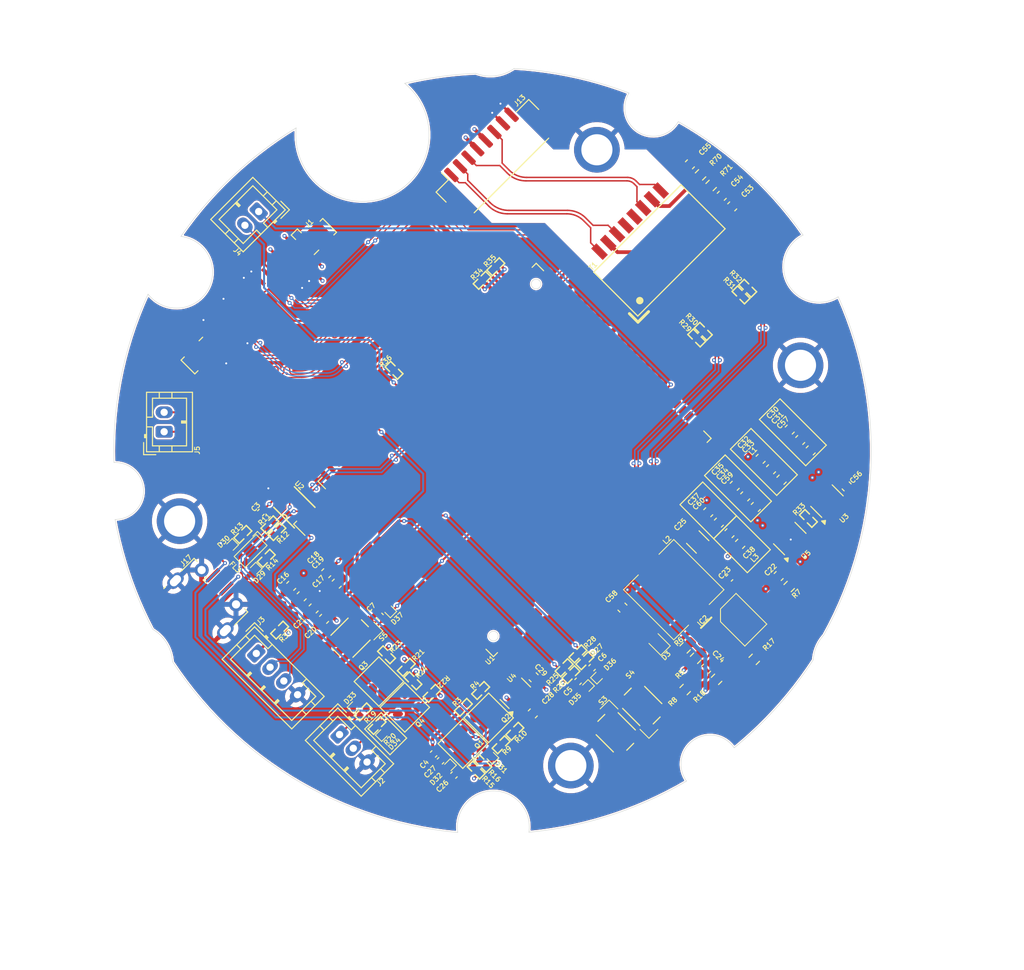
<source format=kicad_pcb>
(kicad_pcb (version 20241229) (generator "pcbnew") (generator_version "9.0")
  (layers (0 "F.Cu" jumper) (4 "In1.Cu" signal "GND") (6 "In2.Cu" signal "POWER") (2 "B.Cu" signal) (13 "F.Paste" user) (15 "B.Paste" user) (5 "F.SilkS" user "F.Silkscreen") (7 "B.SilkS" user "B.Silkscreen") (1 "F.Mask" user) (3 "B.Mask" user) (25 "Edge.Cuts" user))
  (net 0 "")
  (net 1 "GND")
  (net 2 "VCC_3V3")
  (net 3 "USB_VBUS")
  (net 4 "Net-(C5--)")
  (net 5 "Net-(C6--)")
  (net 6 "/BOOTSEL0")
  (net 7 "VCC_5V")
  (net 8 "3V3")
  (net 9 "1V8")
  (net 10 "/USB-OTG-DN")
  (net 11 "Net-(IC2-BST)")
  (net 12 "Net-(IC2-SW)")
  (net 13 "Net-(C24-Pad1)")
  (net 14 "Net-(IC2-COMP)")
  (net 15 "5V_LAN")
  (net 16 "VIN")
  (net 17 "AVDD2V8_DVP")
  (net 18 "AF_2V8")
  (net 19 "DVDD1V2")
  (net 20 "VCC1V8_DVP")
  (net 21 "Net-(T1-CT1)")
  (net 22 "Net-(C53-Pad2)")
  (net 23 "Net-(C55-Pad1)")
  (net 24 "/OTG_ID")
  (net 25 "Net-(J2-Pin_1)")
  (net 26 "Net-(J2-Pin_2)")
  (net 27 "Net-(IC2-EN)")
  (net 28 "Net-(IC2-FREQ)")
  (net 29 "Net-(IC2-FB)")
  (net 30 "RX0_P")
  (net 31 "TRD0_P")
  (net 32 "RX0_N")
  (net 33 "TRD0_N")
  (net 34 "/BOOT_MODE")
  (net 35 "/USB0ID")
  (net 36 "Net-(Q2-G)")
  (net 37 "/UART1-RXD")
  (net 38 "Net-(Q3-G)")
  (net 39 "/UART1_RXD")
  (net 40 "Net-(Q4-G)")
  (net 41 "/UART1-TXD")
  (net 42 "/UART1_TXD")
  (net 43 "/USB_OTG_DN")
  (net 44 "/USB_HOST_DN")
  (net 45 "/USB-OTG-DP")
  (net 46 "/USB_OTG_DP")
  (net 47 "/PPRST_N")
  (net 48 "/WKUP")
  (net 49 "/TX_P0")
  (net 50 "/TX_P0+")
  (net 51 "/TX_N0")
  (net 52 "/TX_P0-")
  (net 53 "/RX_P0+")
  (net 54 "/RX_P1")
  (net 55 "/RX_P0-")
  (net 56 "/RX_N1")
  (net 57 "Net-(U5-EN)")
  (net 58 "Net-(T1-CT3)")
  (net 59 "Net-(T1-CT4)")
  (net 71 "/MIPI_DVP_PWDN_PA19")
  (net 74 "/USB_HOST_DP")
  (net 75 "/USB_DN0")
  (net 76 "/USB_DP")
  (net 77 "/USB_DP0")
  (net 78 "/PC19")
  (net 79 "/SLCD_BT656_D7{slash}SLCD_D7{slash}SMB1_SCK{slash}PD07")
  (net 80 "/PHY_LED1")
  (net 81 "/SLCD_BT656_D1{slash}SLCD_D1{slash}UART3_RXD{slash}PD01")
  (net 82 "/SLCD_CS{slash}PWM5{slash}PD10")
  (net 83 "/PWREN")
  (net 84 "/DVP_D9")
  (net 85 "/SLCD_BT656_D6{slash}SLCD{slash}D6_SMB1_SDA{slash}PD06")
  (net 86 "/SLCD_BT656_D4{slash}SLCD_D4{slash}UART5_TXD{slash}PD04")
  (net 87 "/SLCD_DC{slash}PWM6{slash}PD11")
  (net 88 "/WIFI_MSC1_D0_PC04")
  (net 89 "/PHY_LED0")
  (net 90 "/BT_UART0_CTS_PC11")
  (net 91 "/MSC1_CLK{slash}UART0_CTS{slash}PB20")
  (net 92 "/SADC_VIN0")
  (net 93 "/RTC_IRQ_N_PB29")
  (net 94 "/SLCD_BT656_D3{slash}SLCD_D3{slash}UART4_RXD{slash}PD03")
  (net 95 "/BT_UART0_RXD_PC09")
  (net 96 "/SADC_VIN3")
  (net 97 "/DVP_PCLK")
  (net 98 "/UART2_RXD_PC14")
  (net 99 "/I2C1_SDA{slash}UART3_TXD{slash}PB25")
  (net 100 "/DVP_VSYNC")
  (net 101 "/PC20")
  (net 102 "/AGND")
  (net 103 "/BT_UART0_TXD_PC08")
  (net 104 "/I2C0_MIPI_DVP_SCK")
  (net 105 "/MSC1_D2{slash}UART0_RTS{slash}PB21")
  (net 106 "/MSC0_D2")
  (net 107 "/SOC_BT_RST_PC17")
  (net 108 "/BT656_PCLK{slash}SLCD_WR{slash}PD08")
  (net 109 "/SFC1_WP_PA30")
  (net 110 "/OU_PWR_EN_PC18")
  (net 111 "/PWRENO")
  (net 112 "/MIPI_MCLK_PA15{slash}DVP_MCLK_PA15")
  (net 113 "/I2C1_SCK{slash}UART3_RXD{slash}PB26")
  (net 114 "/SFC1_HOLD_PA31")
  (net 115 "/WIFI_MSC1_D3_PC07")
  (net 116 "/MSC0_CLK")
  (net 117 "/SLCD_TE{slash}PWM4{slash}PD09")
  (net 118 "/BT_UART0_RTS_PC12")
  (net 119 "/MSC1_D3{slash}UART0_TXD{slash}PB22")
  (net 120 "/SADC_VIN1")
  (net 121 "/MSC0_D3")
  (net 122 "/SLCD_BT656_D5{slash}SLCD_D5{slash}UART5_RXD{slash}PD05")
  (net 123 "/DVP_D7")
  (net 124 "/MSC1_D1{slash}PWM1{slash}PB18")
  (net 125 "/SFC1_SCLK_PA22")
  (net 126 "/SLCD_BT656_D2{slash}SLCD_D2{slash}UART4_TXD{slash}PD02")
  (net 127 "/MSC1_D0{slash}PWM0{slash}PB17")
  (net 128 "/I2C0_MIPI_DVP_SDA")
  (net 129 "/MSC0_D0")
  (net 130 "/SOC_WIFI_OOB_PC15")
  (net 131 "/PWR_ON_PC16")
  (net 132 "/WIFI_MSC1_D1_PC05")
  (net 133 "/WIFI_MSC1_CLK_PC02")
  (net 134 "/MSC0_CMD")
  (net 135 "/WIFI_MSC1_D2_PC06")
  (net 136 "/SPEAK_EN")
  (net 137 "/SFC1_DT_PA20")
  (net 138 "/UART2_TXD_PC13")
  (net 139 "/DVP_HSYNC")
  (net 140 "/DVP_D8")
  (net 141 "/MSC1_CMD{slash}UART0_RXD{slash}PB19")
  (net 142 "/SFC1_CE_PA29")
  (net 143 "/DVP_D6")
  (net 144 "/KEY1_PB30")
  (net 145 "/SD0_CD_N_PB27")
  (net 146 "VBUCK")
  (net 147 "/MICPL")
  (net 148 "/MSC0_D1")
  (net 149 "/SLCD_RDY{slash}PWM7{slash}PD12")
  (net 150 "/MICNL")
  (net 151 "/SFC1_DR_PA21")
  (net 152 "/MIPI_DVP_RESET")
  (net 153 "/SADC_VIN2")
  (net 154 "/WIFI_MSC1_CMD_PC03")
  (net 155 "/HPOUT")
  (net 156 "/SLCD_BT656_D0{slash}SLCD_D0{slash}UART3_TXD{slash}PD00")
  (net 157 "/USB_DN")
  (net 158 "/MIPI_RX_2LANE_DP1")
  (net 159 "/MIPI_RX_2LANE_DN0")
  (net 160 "/MIPI_RX_2LANE_CLKP0")
  (net 161 "/MIPI_RX_2LANE_DP0")
  (net 162 "/MIPI_RX_2LANE_DN1")
  (net 163 "/MIPI_RX_2LANE_CLKN0")
  (net 164 "Net-(J3-Pin_1)")
  (footprint "Footprint Library:JST_1x8_1MP_P1.25mm_Vertical" (layer "F.Cu") (at 135.173024 54.352799 45)
    (property "Reference" "J13")
    (property "Value" "JST_1x8-1MP_P1.25mm_Vertical")
  )
  (footprint "Footprint Library:SRI0704-100M" (layer "F.Cu") (at 151.846351 103.197572 45)
    (property "Reference" "L2")
    (property "Value" "SRI0704-100M" (hide yes))
  )
  (footprint "Footprint Library:ESD5341N" (layer "F.Cu") (at 121.752235 118.208012 45)
    (property "Reference" "D34")
    (property "Value" "ESD5451N" (hide yes))
  )
  (footprint "Connector_JST:JST_PH_B4B-PH-K_1x04_P2.00mm_Vertical" (layer "F.Cu") (at 108.93518 109.753789 -45)
    (property "Reference" "J3")
    (property "Value" "DNP")
  )
  (footprint "Capacitor_SMD:C_0402_1005Metric" (layer "F.Cu") (at 121.653607 105.942216 -45)
    (property "Reference" "C7")
    (property "Value" "100nF")
  )
  (footprint "Capacitor_SMD:C_0402_1005Metric" (layer "F.Cu") (at 129.253608 122.262214 45)
    (property "Reference" "C26")
    (property "Value" "10uF/X5R/10V")
  )
  (footprint "Footprint Library:ESD5341N" (layer "F.Cu") (at 133.270011 120.55934 135)
    (property "Reference" "D31")
    (property "Value" "ESD5451N" (hide yes))
  )
  (footprint "Connector_JST:JST_PH_B2B-PH-K_1x02_P2.00mm_Vertical" (layer "F.Cu") (at 99.463607 86.952216 90)
    (property "Reference" "J5")
    (property "Value" "DNP")
  )
  (footprint "Capacitor_SMD:C_0603_1608Metric" (layer "F.Cu") (at 156.779757 62.688178 -135)
    (property "Reference" "C54")
    (property "Value" "0.01uF")
  )
  (footprint "Connector_JST:JST_PH_B2B-PH-K_1x02_P2.00mm_Vertical" (layer "F.Cu") (at 109.179623 64.304018 -135)
    (property "Reference" "J4")
    (property "Value" "DNP")
  )
  (footprint "Capacitor_SMD:C_0603_1608Metric" (layer "F.Cu") (at 159.188148 93.597753 -135)
    (property "Reference" "C34")
    (property "Value" "0.1uF")
  )
  (footprint "Footprint Library:ESD5341N" (layer "F.Cu") (at 143.875903 112.300507 45)
    (property "Reference" "D36")
    (property "Value" "ESD5451N" (hide yes))
  )
  (footprint "Connector_JST:JST_PH_B3B-PH-K_1x03_P2.00mm_Vertical" (layer "F.Cu") (at 117.490654 118.094524 -45)
    (property "Reference" "J2")
    (property "Value" "DNP")
  )
  (footprint "Package_TO_SOT_SMD:SOT-23" (layer "F.Cu") (at 135.562978 113.848591 135)
    (property "Reference" "U4")
    (property "Value" "TLV76033DBZT")
  )
  (footprint "PCM_Package_TO_SOT_SMD_AKL:SOT-23" (layer "F.Cu") (at 124.198252 115.301074 -135)
    (property "Reference" "Q4")
    (property "Value" "BSS138" (hide yes))
  )
  (footprint "Footprint Library:R0402" (layer "F.Cu") (at 133.553678 69.982145 -135)
    (property "Reference" "R35")
    (property "Value" "10K" (hide yes))
  )
  (footprint "Footprint Library:R0402" (layer "F.Cu") (at 141.277707 111.929313 -135)
    (property "Reference" "R26")
    (property "Value" "100K" (hide yes))
  )
  (footprint "Footprint Library:R0402" (layer "F.Cu") (at 110.329807 96.522308 -135)
    (property "Reference" "R11")
    (property "Value" "2.2R" (hide yes))
  )
  (footprint "Footprint Library:MP1584N" (layer "F.Cu") (at 158.862972 106.426928 45)
    (property "Reference" "IC2")
    (property "Value" "MP1584EN-LF-Z" (hide yes))
  )
  (footprint "Footprint Library:R0402" (layer "F.Cu") (at 134.099091 119.147267 -135)
    (property "Reference" "R9")
    (property "Value" "100K" (hide yes))
  )
  (footprint "Footprint Library:H1102NL" (layer "F.Cu") (at 150.373607 68.302216 45)
    (property "Reference" "T1")
    (property "Value" "H1102NL" (hide yes))
  )
  (footprint "Footprint Library:R_0603_1608Metric" (layer "F.Cu") (at 153.020148 113.464762 -135)
    (property "Reference" "R8")
    (property "Value" "100K" (hide yes))
  )
  (footprint "Capacitor_SMD:C_0603_1608Metric" (layer "F.Cu") (at 115.903 106.197625 45)
    (property "Reference" "C20")
    (property "Value" "10uF/X5R/10V")
  )
  (footprint "Capacitor_SMD:C_0402_1005Metric" (layer "F.Cu") (at 143.447705 111.209314 -135)
    (property "Reference" "C6")
    (property "Value" "100nF")
  )
  (footprint "Footprint Library:R0402" (layer "F.Cu") (at 107.550371 97.511481 -135)
    (property "Reference" "R13")
    (property "Value" "2.2R" (hide yes))
  )
  (footprint "Capacitor_SMD:C_0603_1608Metric" (layer "F.Cu") (at 161.84687 90.811752 -135)
    (property "Reference" "C33")
    (property "Value" "0.1uF")
  )
  (footprint "Footprint Library:R_0603_1608Metric" (layer "F.Cu") (at 154.090001 110.252376 45)
    (property "Reference" "R5")
    (property "Value" "100K" (hide yes))
  )
  (footprint "Capacitor_SMD:C_0603_1608Metric" (layer "F.Cu") (at 158.113347 92.508809 -135)
    (property "Reference" "C35")
    (property "Value" "0.1uF")
  )
  (footprint "Capacitor_SMD:C_0603_1608Metric" (layer "F.Cu") (at 156.487001 96.298901 -135)
    (property "Reference" "C60")
    (property "Value" "4.7uF")
  )
  (footprint "Footprint Library:T41_Mounting_Hole" (layer "F.Cu") (at 143.945183 57.953749)
    (property "Reference" "H3" (hide yes))
    (property "Value" "DNP")
  )
  (footprint "Footprint Library:R0402" (layer "F.Cu") (at 154.208067 77.306313 135)
    (property "Reference" "R29")
    (property "Value" "0R" (hide yes))
  )
  (footprint "Capacitor_SMD:C_0603_1608Metric" (layer "F.Cu") (at 146.571334 105.036049 -45)
    (property "Reference" "C58")
    (property "Value" "4.7uF")
  )
  (footprint "Footprint Library:T41_Mounting_Hole" (layer "F.Cu") (at 164.875198 80.119262)
    (property "Reference" "H4" (hide yes))
    (property "Value" "DNP")
  )
  (footprint "Footprint Library:R0402" (layer "F.Cu") (at 123.093607 80.632216 135)
    (property "Reference" "R36")
    (property "Value" "DNP" (hide yes))
  )
  (footprint "Footprint Library:ESD5341N" (layer "F.Cu") (at 118.855216 115.335043 45)
    (property "Reference" "D33")
    (property "Value" "ESD5451N" (hide yes))
  )
  (footprint "Capacitor_SMD:C_0402_1005Metric" (layer "F.Cu") (at 127.164198 120.091626 45)
    (property "Reference" "C4")
    (property "Value" "100nF")
  )
  (footprint "Capacitor_SMD:C_0603_1608Metric" (layer "F.Cu") (at 117.201945 102.573483 45)
    (property "Reference" "C19")
    (property "Value" "100nF/X5R/10V")
  )
  (footprint "Footprint Library:ESD5341N" (layer "F.Cu") (at 143.109508 113.038117 -135)
    (property "Reference" "D35")
    (property "Value" "ESD5451N" (hide yes))
  )
  (footprint "Footprint Library:T41" (layer "F.Cu") (at 133.309254 110.085773 45)
    (property "Reference" "U1")
    (property "Value" "DNP")
    (fp_circle (center 1.5 -1.5) (end 2 -1.5) (stroke (width 0.05)) (fill no) (layer "Edge.Cuts"))
    (fp_circle (center 30.2 -24) (end 30.7 -24) (stroke (width 0.05)) (fill no) (layer "Edge.Cuts"))
  )
  (footprint "Package_TO_SOT_SMD:SOT-23-5" (layer "F.Cu") (at 163.7702 97.939389 135)
    (property "Reference" "U5")
    (property "Value" "rt9013-28gb")
  )
  (footprint "Footprint Library:R0402" (layer "F.Cu") (at 159.444523 72.200274 135)
    (property "Reference" "R32")
    (property "Value" "0R" (hide yes))
  )
  (footprint "Footprint Library:R0402" (layer "F.Cu") (at 141.995976 109.791043 45)
    (property "Reference" "R28")
    (property "Value" "1K" (hide yes))
  )
  (footprint "Capacitor_SMD:C_0603_1608Metric" (layer "F.Cu") (at 114.828198 105.122823 45)
    (property "Reference" "C21")
    (property "Value" "100nF/X5R/10V")
  )
  (footprint "Capacitor_SMD:C_0402_1005Metric" (layer "F.Cu") (at 109.403607 95.262216 45)
    (property "Reference" "C3")
    (property "Value" "100nF")
  )
  (footprint "Capacitor_SMD:C_0603_1608Metric" (layer "F.Cu") (at 155.168339 111.323643 45)
    (property "Reference" "C24")
    (property "Value" "150pF")
  )
  (footprint "Footprint Library:R0402" (layer "F.Cu") (at 154.881867 76.630476 135)
    (property "Reference" "R30")
    (property "Value" "0R" (hide yes))
  )
  (footprint "Capacitor_SMD:C_0603_1608Metric" (layer "F.Cu") (at 160.277093 94.686698 45)
    (property "Reference" "C59")
    (property "Value" "4.7uF")
  )
  (footprint "Capacitor_SMD:C_0603_1608Metric" (layer "F.Cu") (at 113.59841 103.877018 45)
    (property "Reference" "C17")
    (property "Value" "100nF/X5R/10V")
  )
  (footprint "Footprint Library:R0402" (layer "F.Cu") (at 121.344229 117.159376 45)
    (property "Reference" "R20")
    (property "Value" "100R" (hide yes))
  )
  (footprint "Footprint Library:R0402" (layer "F.Cu") (at 111.331877 107.353946 -135)
    (property "Reference" "R37")
    (property "Value" "0R" (hide yes))
  )
  (footprint "Footprint Library:R0402" (layer "F.Cu") (at 142.697706 110.499314 45)
    (property "Reference" "R27")
    (property "Value" "100K" (hide yes))
  )
  (footprint "Footprint Library:DLW31SH222SQ2L" (layer "F.Cu") (at 108.349337 99.215671 -135)
    (property "Reference" "FL3")
    (property "Value" "DNP" (hide yes))
  )
  (footprint "Footprint Library:R0402" (layer "F.Cu") (at 130.217644 115.299752 -135)
    (property "Reference" "R3")
    (property "Value" "10K" (hide yes))
  )
  (footprint "Package_TO_SOT_SMD:SOT-23-5" (layer "F.Cu") (at 167.593942 94.087487 135)
    (property "Reference" "U3")
    (property "Value" "rt9013-28gb")
  )
  (footprint "Inductor_SMD:L_0603_1608Metric" (layer "F.Cu") (at 162.925208 91.883019 -135)
    (property "Reference" "L1")
    (property "Value" "BLM18PG181SN1")
  )
  (footprint "Capacitor_SMD:C_0603_1608Metric" (layer "F.Cu") (at 163.766665 86.728211 -135)
    (property "Reference" "C30")
    (property "Value" "0.1uF")
  )
  (footprint "Inductor_SMD:L_0603_1608Metric" (layer "F.Cu") (at 158.671961 98.483861 45)
    (property "Reference" "L3")
    (property "Value" "BLM18PG181SN1")
  )
  (footprint "Footprint Library:R0402" (layer "F.Cu") (at 135.508658 117.757165 45)
    (property "Reference" "R10")
    (property "Value" "10K" (hide yes))
  )
  (footprint "Footprint Library:ESD5341N" (layer "F.Cu") (at 128.92541 121.191019 -135)
    (property "Reference" "D32")
    (property "Value" "ESD5451N" (hide yes))
  )
  (footprint "Footprint Library:R0402" (layer "F.Cu") (at 125.031039 112.568076 -45)
    (property "Reference" "R24")
    (property "Value" "10K" (hide yes))
  )
  (footprint "Capacitor_SMD:C_0603_1608Metric" (layer "F.Cu") (at 169.617973 92.572448 135)
    (property "Reference" "C56")
    (property "Value" "4.7uF")
  )
  (footprint "Footprint Library:R_0603_1608Metric" (layer "F.Cu") (at 163.711602 102.872303 45)
    (property "Reference" "R7")
    (property "Value" "100K" (hide yes))
  )
  (footprint "Footprint Library:R0402" (layer "F.Cu") (at 111.049807 97.222308 -135)
    (property "Reference" "R12")
    (property "Value" "2.2R" (hide yes))
  )
  (footprint "Footprint Library:R0402" (layer "F.Cu") (at 165.686522 95.867628 135)
    (property "Reference" "R33")
    (property "Value" "10K" (hide yes))
  )
  (footprint "Resistor_SMD:R_0603_1608Metric" (layer "F.Cu") (at 154.600244 60.535579 -135)
    (property "Reference" "R70")
    (property "Value" "75R")
  )
  (footprint "Capacitor_SMD:C_0603_1608Metric" (layer "F.Cu") (at 157.575946 97.387845 45)
    (property "Reference" "C38")
    (property "Value" "0.1uF")
  )
  (footprint "Footprint Library:ESD5341N" (layer "F.Cu") (at 122.770836 105.50381 135)
    (property "Reference" "D37")
    (property "Value" "ESD5451N" (hide yes))
  )
  (footprint "Footprint Library:R0402" (layer "F.Cu") (at 124.35929 111.175079 -135)
    (property "Reference" "R21")
    (property "Value" "1K" (hide yes))
  )
  (footprint "PCM_Package_TO_SOT_SMD_AKL:SOT-23" (layer "F.Cu") (at 130.158128 119.031674 -45)
    (property "Reference" "Q1")
    (property "Value" "BSS138" (hide yes))
  )
  (footprint "Footprint Library:Micro-B SMD" (layer "F.Cu") (at 105.084944 102.94088 -45)
    (property "Reference" "J17")
    (property "Value" "MICRO XNJ ZB" (hide yes))
  )
  (footprint "Capacitor_SMD:C_0402_1005Metric" (layer "F.Cu") (at 157.580987 101.988419 45)
    (property "Reference" "C23")
    (property "Value" "100nF")
  )
  (footprint "Footprint Library:T41_Mounting_Hole" (layer "F.Cu") (at 101.052819 96.147847)
    (property "Reference" "H2" (hide yes))
    (property "Value" "DNP")
  )
  (footprint "Capacitor_SMD:C_0603_1608Metric" (layer "F.Cu") (at 137.443607 112.202216 -45)
    (property "Reference" "C29")
    (property "Value" "0.1uF")
  )
  (footprint "Footprint Library:AFC11-S30ICA-00" (layer "F.Cu") (at 109.191817 73.013727 -135)
    (property "Reference" "J1")
    (property "Value" "AFC11-S30ICA-00")
  )
  (footprint "Footprint Library:ESD5341N" (layer "F.Cu") (at 108.952822 100.973001 -135)
    (property "Reference" "D29")
    (property "Value" "ESD5341N" (hide yes))
  )
  (footprint "Capacitor_SMD:C_0603_1608Metric" (layer "F.Cu") (at 137.357641 115.919751 -135)
    (property "Reference" "C28")
    (property "Value" "0.1uF")
  )
  (footprint "Capacitor_SMD:C_0603_1608Metric" (layer "F.Cu") (at 116.123607 101.502216 45)
    (property "Reference" "C18")
    (property "Value" "10uF/X5R/10V")
  )
  (footprint "Resistor_SMD:R_0603_1608Metric" (layer "F.Cu") (at 160.117575 110.359273 45)
    (property "Reference" "R17")
    (property "Value" "40.2K")
  )
  (footprint "Footprint Library:R0402" (layer "F.Cu") (at 132.153607 71.382216 45)
    (property "Reference" "R34")
    (property "Value" "10K" (hide yes))
  )
  (footprint "Footprint Library:SKRPANE010" (layer "F.Cu") (at 148.60509 115.156418 135)
    (property "Reference" "S4")
    (property "Value" "SKRPANE010" (hide yes))
  )
  (footprint "Footprint Library:R0402" (layer "F.Cu") (at 122.322822 109.888144 -45)
    (property "Reference" "R23")
    (property "Value" "10K" (hide yes))
  )
  (footprint "Capacitor_SMD:C_0603_1608Metric" (layer "F.Cu") (at 112.523607 102.802216 45)
    (property "Reference" "C16")
    (property "Value" "10uF/X5R/10V")
  )
  (footprint "PCM_Package_TO_SOT_SMD_AKL:SOT-23" (layer "F.Cu") (at 132.8165 116.375108 -45)
    (property "Reference" "Q2")
    (property "Value" "BSS138" (hide yes))
  )
  (footprint "Capacitor_SMD:C_0603_1608Metric" (layer "F.Cu") (at 155.390986 95.23117 45)
    (property "Reference" "C37")
    (property "Value" "0.1uF")
  )
  (footprint "Capacitor_SMD:C_0402_1005Metric" (layer "F.Cu") (at 127.873608 120.792215 45)
    (property "Reference" "C27")
    (property "Value" "0.1uF")
  )
  (footprint "Capacitor_SMD:C_0603_1608Metric" (layer "F.Cu") (at 165.92334 88.870744 45)
    (property "Reference" "C57")
    (property "Value" "4.7uF")
  )
  (footprint "Footprint Library:R0402" (layer "F.Cu") (at 126.996797 113.855012 -135)
    (property "Reference" "R22")
    (property "Value" "1K" (hide yes))
  )
  (footprint "Capacitor_SMD:C_0603_1608Metric" (layer "F.Cu") (at 157.85456 63.777122 45)
    (property "Reference" "C53")
    (property "Value" "0.01uF")
  )
  (footprint "Footprint Library:R0402" (layer "F.Cu") (at 158.761867 72.87998 135)
    (property "Reference" "R31")
    (property "Value" "0R" (hide yes))
  )
  (footprint "Footprint Library:R0402" (layer "F.Cu") (at 119.922885 115.766441 45)
    (property "Reference" "R19")
    (property "Value" "100R" (hide yes))
  )
  (footprint "Footprint Library:SKRPANE010" (layer "F.Cu") (at 118.618777 108.132902 -135)
    (property "Reference" "S5")
    (property "Value" "SKRPANE010" (hide yes))
  )
  (footprint "Capacitor_SMD:C_0603_1608Metric" (layer "F.Cu") (at 162.629728 101.790429 -135)
    (property "Reference" "C22")
    (property "Value" "10uF")
  )
  (footprint "Capacitor_SMD:C_0603_1608Metric" (layer "F.Cu") (at 160.772067 89.73695 -135)
    (property "Reference" "C32")
    (property "Value" "1uF")
  )
  (footprint "Footprint Library:R_0603_1608Metric" (layer "F.Cu") (at 153.015198 109.177574 -135)
    (property "Reference" "R6")
    (property "Value" "24.9K" (hide yes))
  )
  (footprint "Footprint Library:R0402" (layer "F.Cu") (at 132.211877 121.070486 -45)
    (property "Reference" "R16")
    (property "Value" "100R" (hide yes))
  )
  (footprint "Capacitor_SMD:C_0603_1608Metric" (layer "F.Cu") (at 153.507765 59.45017 -135)
    (property "Reference" "C55")
    (property "Value" "1000pF")
  )
  (footprint "PCM_Package_TO_SOT_SMD_AKL:SOT-23" (layer "F.Cu") (at 121.539531 112.642354 -135)
    (property "Reference" "Q3")
    (property "Value" "BSS138" (hide yes))
  )
  (footprint "Footprint Library:SKRPANE010" (layer "F.Cu") (at 145.884811 117.866697 -45)
    (property "Reference" "S3")
    (property "Value" "SKRPANE010" (hide yes))
  )
  (footprint "Footprint Library:ESD5341N" (layer "F.Cu") (at 106.534255 98.527597 -135)
    (property "Reference" "D30")
    (property "Value" "ESD5341N" (hide yes))
  )
  (footprint "Footprint Library:R0402" (layer "F.Cu") (at 131.991868 113.563956 -135)
    (property "Reference" "R4")
    (property "Value" "10K" (hide yes))
  )
  (footprint "Footprint Library:R0402" (layer "F.Cu") (at 131.531877 121.750486 -45)
    (property "Reference" "R15")
    (property "Value" "10K" (hide yes))
  )
  (footprint "Resistor_SMD:R_0603_1608Metric" (layer "F.Cu") (at 156.248091 112.414709 -135)
    (property "Reference" "R18")
    (property "Value" "210K")
  )
  (footprint "Capacitor_SMD:C_0402_1005Metric" (layer "F.Cu") (at 142.007706 112.619311 45)
    (property "Reference" "C5")
    (property "Value" "100nF")
  )
  (footprint "Footprint Library:C_1206_3216Metric" (layer "F.Cu") (at 154.307083 98.290252 -45)
    (property "Reference" "C25")
    (property "Value" "22uF/6.3V" (hide yes))
  )
  (footprint "Footprint Library:SS34FA" (layer "F.Cu") (at 149.463401 107.913974 135)
    (property "Reference" "D3")
    (property "Value" "SS34C-MD" (hide yes))
  )
  (footprint "Footprint Library:R0402" (layer "F.Cu") (at 140.577707 111.219312 -135)
    (property "Reference" "R25")
    (property "Value" "1K" (hide yes))
  )
  (footprint "Footprint Library:T41_Mounting_Hole" (layer "F.Cu") (at 141.265569 121.284816)
    (property "Reference" "H1" (hide yes))
    (property "Value" "DNP")
  )
  (footprint "Capacitor_SMD:C_0603_1608Metric" (layer "F.Cu") (at 164.845002 87.799477 -135)
    (property "Reference" "C31")
    (property "Value" "0.1uF")
  )
  (footprint "Footprint Library:R0402" (layer "F.Cu") (at 109.961867 99.963956 -135)
    (property "Reference" "R14")
    (property "Value" "2.2R" (hide yes))
  )
  (footprint "Resistor_SMD:R_0603_1608Metric" (layer "F.Cu") (at 155.689188 61.624524 -135)
    (property "Reference" "R71")
    (property "Value" "75R")
  )
  (footprint "Footprint Library:SOP50P490X110-10N" (layer "F.Cu") (at 112.848868 94.726558 135)
    (property "Reference" "U2")
    (property "Value" "FSUSB30MUX")
  )
  (gr_line (start 161.889111 94.099613) (end 157.129111 89.339613) (stroke (width 0.12)) (layer "F.SilkS"))
  (gr_line (start 155.949111 97.949613) (end 158.299111 95.599613) (stroke (width 0.12)) (layer "F.SilkS"))
  (gr_line (start 159.769111 96.219613) (end 161.889111 94.099613) (stroke (width 0.12)) (layer "F.SilkS"))
  (gr_line (start 159.789111 86.619613) (end 157.669111 88.739613) (stroke (width 0.12)) (layer "F.SilkS"))
  (gr_line (start 158.299111 95.599613) (end 155.949111 97.949613) (stroke (width 0.12)) (layer "F.SilkS"))
  (gr_line (start 159.409111 101.449613) (end 155.949111 97.949613) (stroke (width 0.12)) (layer "F.SilkS"))
  (gr_line (start 154.819111 92.119613) (end 158.299111 95.599613) (stroke (width 0.12)) (layer "F.SilkS"))
  (gr_line (start 152.489111 94.449613) (end 154.819111 92.119613) (stroke (width 0.12)) (layer "F.SilkS"))
  (gr_line (start 122.679111 120.169613) (end 120.079111 117.529613) (stroke (width 0.12)) (layer "F.SilkS"))
  (gr_line (start 161.779111 99.079613) (end 159.409111 101.449613) (stroke (width 0.12)) (layer "F.SilkS"))
  (gr_line (start 167.529111 88.329613) (end 162.769111 83.569613) (stroke (width 0.12)) (layer "F.SilkS"))
  (gr_line (start 160.649111 85.689613) (end 165.409111 90.449613) (stroke (width 0.12)) (layer "F.SilkS"))
  (gr_line (start 158.299111 95.599613) (end 161.629111 98.929613) (stroke (width 0.12)) (layer "F.SilkS"))
  (gr_line (start 162.769111 83.569613) (end 160.649111 85.689613) (stroke (width 0.12)) (layer "F.SilkS"))
  (gr_line (start 161.629111 98.929613) (end 161.779111 99.079613) (stroke (width 0.12)) (layer "F.SilkS"))
  (gr_line (start 124.389111 118.459613) (end 122.679111 120.169613) (stroke (width 0.12)) (layer "F.SilkS"))
  (gr_line (start 155.949111 97.949613) (end 152.489111 94.449613) (stroke (width 0.12)) (layer "F.SilkS"))
  (gr_line (start 162.429111 93.499613) (end 164.549111 91.379613) (stroke (width 0.12)) (layer "F.SilkS"))
  (gr_line (start 121.769111 115.839613) (end 124.389111 118.459613) (stroke (width 0.12)) (layer "F.SilkS"))
  (gr_line (start 157.669111 88.739613) (end 162.429111 93.499613) (stroke (width 0.12)) (layer "F.SilkS"))
  (gr_line (start 120.079111 117.529613) (end 121.769111 115.839613) (stroke (width 0.12)) (layer "F.SilkS"))
  (gr_line (start 157.129111 89.339613) (end 155.009111 91.459613) (stroke (width 0.12)) (layer "F.SilkS"))
  (gr_line (start 155.009111 91.459613) (end 159.769111 96.219613) (stroke (width 0.12)) (layer "F.SilkS"))
  (gr_line (start 165.409111 90.449613) (end 167.529111 88.329613) (stroke (width 0.12)) (layer "F.SilkS"))
  (gr_line (start 164.549111 91.379613) (end 159.789111 86.619613) (stroke (width 0.12)) (layer "F.SilkS"))
  (gr_arc (start 124.195522 51.117009) (mid 127.814991 50.435072) (end 131.482721 50.098393) (stroke (width 0.05)) (layer "Edge.Cuts"))
  (gr_arc (start 101.192879 66.860948) (mid 106.523477 60.657056) (end 113.033414 55.704861) (stroke (width 0.05)) (layer "Edge.Cuts"))
  (gr_arc (start 166.179089 110.409105) (mid 162.468934 115.249097) (end 158.055225 119.45742) (stroke (width 0.05)) (layer "Edge.Cuts"))
  (gr_arc (start 98.304997 107.277623) (mid 99.732175 108.694374) (end 100.334882 110.612908) (stroke (width 0.05)) (layer "Edge.Cuts"))
  (gr_arc (start 168.752853 73.072782) (mid 172.109755 90.656353) (end 167.24594 107.884066) (stroke (width 0.05)) (layer "Edge.Cuts"))
  (gr_arc (start 98.304997 107.277623) (mid 95.93229 101.772958) (end 94.421918 95.972107) (stroke (width 0.05)) (layer "Edge.Cuts"))
  (gr_arc (start 135.437095 49.59637) (mid 133.525328 50.34733) (end 131.486507 50.09823) (stroke (width 0.05)) (layer "Edge.Cuts"))
  (gr_arc (start 124.190506 51.125083) (mid 122.447009 62.757932) (end 113.033414 55.704861) (stroke (width 0.05)) (layer "Edge.Cuts"))
  (gr_arc (start 94.305953 90.114407) (mid 97.351249 92.984111) (end 94.421919 95.97209) (stroke (width 0.05)) (layer "Edge.Cuts"))
  (gr_arc (start 129.645218 128.160775) (mid 112.989041 122.73234) (end 100.339611 110.612604) (stroke (width 0.05)) (layer "Edge.Cuts"))
  (gr_arc (start 152.30585 55.058864) (mid 159.383347 60.169351) (end 165.143912 66.728612) (stroke (width 0.05)) (layer "Edge.Cuts"))
  (gr_arc (start 135.437095 49.59637) (mid 141.4355 50.402028) (end 147.240002 52.115994) (stroke (width 0.05)) (layer "Edge.Cuts"))
  (gr_arc (start 152.30585 55.058864) (mid 148.272149 56.170739) (end 147.240136 52.115882) (stroke (width 0.05)) (layer "Edge.Cuts"))
  (gr_arc (start 153.15413 122.882022) (mid 153.865363 118.680461) (end 158.055278 119.457484) (stroke (width 0.05)) (layer "Edge.Cuts"))
  (gr_arc (start 168.752853 73.072783) (mid 163.613952 71.798248) (end 165.144453 66.729682) (stroke (width 0.05)) (layer "Edge.Cuts"))
  (gr_arc (start 166.181174 110.407436) (mid 166.501456 109.056254) (end 167.24594 107.884066) (stroke (width 0.05)) (layer "Edge.Cuts"))
  (gr_arc (start 101.191517 66.862922) (mid 103.961575 72.373062) (end 97.809107 72.799628) (stroke (width 0.05)) (layer "Edge.Cuts"))
  (gr_arc (start 153.154131 122.882022) (mid 145.348058 126.394669) (end 136.967031 128.135893) (stroke (width 0.05)) (layer "Edge.Cuts"))
  (gr_arc (start 129.645218 128.160775) (mid 133.287124 123.886033) (end 136.959376 128.134746) (stroke (width 0.05)) (layer "Edge.Cuts"))
  (gr_arc (start 94.305952 90.114407) (mid 95.06195 81.255589) (end 97.809111 72.799624) (stroke (width 0.05)) (layer "Edge.Cuts"))
  (segment (start 163.869195 98.038384) (end 164.574534 98.743723) (width 0.4) (layer "F.Cu") (net 1))
  (segment (start 104.365813 76.319451) (end 104.360842 76.319451) (width 0.2032) (layer "F.Cu") (net 1))
  (segment (start 104.825433 78.904042) (end 105.843607 79.922216) (width 0.2032) (layer "F.Cu") (net 1))
  (segment (start 108.608202 72.076811) (end 107.653607 71.122216) (width 0.2032) (layer "F.Cu") (net 1))
  (segment (start 106.950462 76.779071) (end 108.023607 77.852216) (width 0.2032) (layer "F.Cu") (net 1))
  (segment (start 109.315561 71.369704) (end 109.315561 71.36417) (width 0.2032) (layer "F.Cu") (net 1))
  (segment (start 106.487134 74.198131) (end 106.479522 74.198131) (width 0.2032) (layer "F.Cu") (net 1))
  (segment (start 111.034856 93.630967) (end 111.032358 93.630967) (width 0.2032) (layer "F.Cu") (net 1))
  (segment (start 104.360842 76.319451) (end 103.503607 75.462216) (width 0.2032) (layer "F.Cu") (net 1))
  (segment (start 135.173024 54.352799) (end 135.173024 54.351633) (width 0.254) (layer "F.Cu") (net 1))
  (segment (start 135.173024 54.351633) (end 134.033607 53.212216) (width 0.254) (layer "F.Cu") (net 1))
  (segment (start 106.479522 74.198131) (end 105.563607 73.282216) (width 0.2032) (layer "F.Cu") (net 1))
  (segment (start 113.326501 70.41511) (end 114.363607 71.452216) (width 0.2032) (layer "F.Cu") (net 1))
  (segment (start 134.289141 55.236682) (end 134.268073 55.236682) (width 0.254) (layer "F.Cu") (net 1))
  (segment (start 106.946753 76.779071) (end 106.950462 76.779071) (width 0.2032) (layer "F.Cu") (net 1))
  (segment (start 112.603607 71.122216) (end 113.643607 72.162216) (width 0.2032) (layer "F.Cu") (net 1))
  (segment (start 109.315561 71.36417) (end 108.423607 70.472216) (width 0.2032) (layer "F.Cu") (net 1))
  (segment (start 111.032358 93.630967) (end 110.173607 92.772216) (width 0.2032) (layer "F.Cu") (net 1))
  (segment (start 113.310714 70.41511) (end 113.326501 70.41511) (width 0.2032) (layer "F.Cu") (net 1))
  (segment (start 134.268073 55.236682) (end 133.183607 54.152216) (width 0.254) (layer "F.Cu") (net 1))
  (segment (start 104.825433 78.900391) (end 104.825433 78.904042) (width 0.2032) (layer "F.Cu") (net 1))
  (segment (start 108.608454 72.076811) (end 108.608202 72.076811) (width 0.2032) (layer "F.Cu") (net 1))
  (via (at 108.423607 70.472216) (size 0.4064) (drill 0.2032) (layers "F.Cu" "B.Cu") (net 1))
  (via (at 134.033607 53.212216) (size 0.4064) (drill 0.2032) (layers "F.Cu" "B.Cu") (net 1))
  (via (at 105.563607 73.282216) (size 0.4064) (drill 0.2032) (layers "F.Cu" "B.Cu") (net 1))
  (via (at 105.843607 79.922216) (size 0.4064) (drill 0.2032) (layers "F.Cu" "B.Cu") (net 1))
  (via (at 107.653607 71.122216) (size 0.4064) (drill 0.2032) (layers "F.Cu" "B.Cu") (net 1))
  (via (at 133.183607 54.152216) (size 0.4064) (drill 0.2032) (layers "F.Cu" "B.Cu") (net 1))
  (via (at 113.643607 72.162216) (size 0.4064) (drill 0.2032) (layers "F.Cu" "B.Cu") (net 1))
  (via (at 114.363607 71.452216) (size 0.4064) (drill 0.2032) (layers "F.Cu" "B.Cu") (net 1))
  (via (at 110.173607 92.772216) (size 0.4064) (drill 0.2032) (layers "F.Cu" "B.Cu") (net 1))
  (via (at 103.503607 75.462216) (size 0.4064) (drill 0.2032) (layers "F.Cu" "B.Cu") (net 1))
  (via (at 105.293607 98.392216) (size 0.4064) (drill 0.2032) (layers "F.Cu" "B.Cu") (net 1))
  (via (at 163.869195 98.038384) (size 0.4064) (drill 0.2032) (layers "F.Cu" "B.Cu") (net 1))
  (via (at 115.453607 103.332216) (size 0.4064) (drill 0.2032) (layers "F.Cu" "B.Cu") (net 1))
  (via (at 108.023607 77.852216) (size 0.4064) (drill 0.2032) (layers "F.Cu" "B.Cu") (net 1))
  (segment (start 136.809633 116.467759) (end 136.809633 116.438749) (width 0.381) (layer "F.Cu") (net 2))
  (segment (start 135.554139 115.183255) (end 135.554139 115.182748) (width 0.381) (layer "F.Cu") (net 2))
  (segment (start 110.278607 94.387216) (end 110.693607 93.972216) (width 0.2032) (layer "F.Cu") (net 2))
  (segment (start 135.554139 115.182748) (end 134.653607 114.282216) (width 0.381) (layer "F.Cu") (net 2))
  (segment (start 109.743018 94.922805) (end 110.278607 94.387216) (width 0.2032) (layer "F.Cu") (net 2))
  (segment (start 136.809633 116.438749) (end 135.554139 115.183255) (width 0.381) (layer "F.Cu") (net 2))
  (segment (start 135.826919 117.438905) (end 135.838487 117.438905) (width 0.381) (layer "F.Cu") (net 2))
  (segment (start 135.838487 117.438905) (end 136.809633 116.467759) (width 0.381) (layer "F.Cu") (net 2))
  (via (at 110.278607 94.387216) (size 0.4064) (drill 0.2032) (layers "F.Cu" "B.Cu") (net 2))
  (via (at 134.653607 114.282216) (size 0.4064) (drill 0.2032) (layers "F.Cu" "B.Cu") (net 2))
  (segment (start 127.063607 118.453789) (end 127.063607 118.882216) (width 0.3) (layer "F.Cu") (net 3))
  (segment (start 104.513607 99.258675) (end 104.513607 97.732216) (width 0.2032) (layer "F.Cu") (net 3))
  (segment (start 128.213019 120.478628) (end 128.92541 121.191019) (width 0.3) (layer "F.Cu") (net 3))
  (segment (start 105.718589 100.463657) (end 104.482135 101.70011) (width 0.2032) (layer "F.Cu") (net 3))
  (segment (start 128.92541 121.191019) (end 128.92541 121.255194) (width 0.3) (layer "F.Cu") (net 3))
  (segment (start 119.089456 85.542216) (end 120.439911 86.892671) (width 0.2032) (layer "F.Cu") (net 3))
  (segment (start 128.92541 121.255194) (end 129.593019 121.922803) (width 0.3) (layer "F.Cu") (net 3))
  (segment (start 105.718589 100.463657) (end 104.513607 99.258675) (width 0.2032) (layer "F.Cu") (net 3))
  (segment (start 127.063607 119.312213) (end 127.503609 119.752215) (width 0.3) (layer "F.Cu") (net 3))
  (segment (start 116.703607 85.542216) (end 119.089456 85.542216) (width 0.2032) (layer "F.Cu") (net 3))
  (segment (start 127.503609 119.752215) (end 127.51243 119.752215) (width 0.3) (layer "F.Cu") (net 3))
  (segment (start 104.513607 97.732216) (end 116.703607 85.542216) (width 0.2032) (layer "F.Cu") (net 3))
  (segment (start 127.063607 118.882216) (end 127.063607 119.312213) (width 0.3) (layer "F.Cu") (net 3))
  (segment (start 127.51243 119.752215) (end 128.213019 120.452804) (width 0.3) (layer "F.Cu") (net 3))
  (segment (start 128.213019 120.452804) (end 128.213019 120.478628) (width 0.3) (layer "F.Cu") (net 3))
  (segment (start 129.899384 115.618012) (end 127.063607 118.453789) (width 0.3) (layer "F.Cu") (net 3))
  (via (at 127.063607 118.882216) (size 0.4064) (drill 0.2032) (layers "F.Cu" "B.Cu") (net 3))
  (via (at 105.718589 100.463657) (size 0.4064) (drill 0.2032) (layers "F.Cu" "B.Cu") (net 3))
  (segment (start 124.513607 116.332216) (end 110.943607 116.332216) (width 0.2032) (layer "B.Cu") (net 3))
  (segment (start 102.673607 103.508639) (end 105.718589 100.463657) (width 0.2032) (layer "B.Cu") (net 3))
  (segment (start 127.063607 118.882216) (end 124.513607 116.332216) (width 0.2032) (layer "B.Cu") (net 3))
  (segment (start 110.943607 116.332216) (end 102.673607 108.062216) (width 0.2032) (layer "B.Cu") (net 3))
  (segment (start 102.673607 108.062216) (end 102.673607 103.508639) (width 0.2032) (layer "B.Cu") (net 3))
  (segment (start 141.595977 111.611043) (end 141.595977 111.601043) (width 0.254) (layer "F.Cu") (net 4))
  (segment (start 144.277705 114.739311) (end 144.277705 114.206314) (width 0.254) (layer "F.Cu") (net 4))
  (segment (start 141.595977 111.601043) (end 140.895977 110.901042) (width 0.254) (layer "F.Cu") (net 4))
  (segment (start 145.177704 115.639311) (end 148.112197 118.573804) (width 0.2032) (layer "F.Cu") (net 4))
  (segment (start 143.109508 113.038117) (end 143.105333 113.038117) (width 0.254) (layer "F.Cu") (net 4))
  (segment (start 142.264836 112.2799) (end 141.595977 111.611043) (width 0.254) (layer "F.Cu") (net 4))
  (segment (start 145.177705 115.639311) (end 144.277705 114.739311) (width 0.254) (layer "F.Cu") (net 4))
  (segment (start 143.105333 113.038117) (end 142.347118 112.2799) (width 0.254) (layer "F.Cu") (net 4))
  (segment (start 144.277705 114.206314) (end 143.109508 113.038117) (width 0.254) (layer "F.Cu") (net 4))
  (segment (start 142.347118 112.2799) (end 142.264836 112.2799) (width 0.254) (layer "F.Cu") (net 4))
  (segment (start 143.108294 111.546443) (end 142.379436 110.817584) (width 0.254) (layer "F.Cu") (net 5))
  (segment (start 143.860078 112.300507) (end 143.108294 111.548725) (width 0.254) (layer "F.Cu") (net 5))
  (segment (start 145.357704 113.429312) (end 145.004708 113.429312) (width 0.254) (layer "F.Cu") (net 5))
  (segment (start 142.379436 110.811043) (end 141.677706 110.109313) (width 0.254) (layer "F.Cu") (net 5))
  (segment (start 146.377704 114.449311) (end 149.312197 117.383804) (width 0.2032) (layer "F.Cu") (net 5))
  (segment (start 143.875903 112.300507) (end 143.860078 112.300507) (width 0.254) (layer "F.Cu") (net 5))
  (segment (start 145.004708 113.429312) (end 143.875903 112.300507) (width 0.254) (layer "F.Cu") (net 5))
  (segment (start 142.379436 110.817584) (end 142.379436 110.811043) (width 0.254) (layer "F.Cu") (net 5))
  (segment (start 146.377704 114.449312) (end 145.357704 113.429312) (width 0.254) (layer "F.Cu") (net 5))
  (segment (start 143.108294 111.548725) (end 143.108294 111.546443) (width 0.254) (layer "F.Cu") (net 5))
  (segment (start 144.153607 84.102216) (end 144.153607 79.301008) (width 0.2032) (layer "F.Cu") (net 6))
  (segment (start 122.772013 105.50381) (end 123.413607 104.862216) (width 0.2032) (layer "F.Cu") (net 6))
  (segment (start 120.846162 107.425796) (end 117.91167 110.360289) (width 0.2032) (layer "F.Cu") (net 6))
  (segment (start 122.770836 105.50381) (end 122.772013 105.50381) (width 0.2032) (layer "F.Cu") (net 6))
  (segment (start 144.153607 79.301008) (end 145.754333 77.700282) (width 0.2032) (layer "F.Cu") (net 6))
  (segment (start 121.993019 106.281627) (end 120.848849 107.425796) (width 0.2032) (layer "F.Cu") (net 6))
  (segment (start 128.023607 100.232216) (end 144.153607 84.102216) (width 0.2032) (layer "F.Cu") (net 6))
  (segment (start 122.770836 105.50381) (end 121.993019 106.281627) (width 0.2032) (layer "F.Cu") (net 6))
  (via (at 123.413607 104.862216) (size 0.4064) (drill 0.2032) (layers "F.Cu" "B.Cu") (net 6))
  (via (at 128.023607 100.232216) (size 0.4064) (drill 0.2032) (layers "F.Cu" "B.Cu") (net 6))
  (segment (start 123.413607 104.842216) (end 128.023607 100.232216) (width 0.2032) (layer "B.Cu") (net 6))
  (segment (start 123.413607 104.862216) (end 123.413607 104.842216) (width 0.2032) (layer "B.Cu") (net 6))
  (segment (start 113.071615 102.254208) (end 114.146418 103.32901) (width 0.4) (layer "F.Cu") (net 7))
  (segment (start 124.140087 110.319479) (end 124.140231 110.319479) (width 0.4) (layer "F.Cu") (net 7))
  (segment (start 127.315066 113.536742) (end 127.887751 114.109426) (width 0.4) (layer "F.Cu") (net 7))
  (segment (start 124.140231 110.319479) (end 124.67756 110.856808) (width 0.4) (layer "F.Cu") (net 7))
  (via (at 124.140087 110.319479) (size 0.4064) (drill 0.2032) (layers "F.Cu" "B.Cu") (net 7))
  (via (at 127.887751 114.109426) (size 0.4064) (drill 0.2032) (layers "F.Cu" "B.Cu") (net 7))
  (via (at 113.803607 101.492216) (size 0.4064) (drill 0.2032) (layers "F.Cu" "B.Cu") (net 7))
  (segment (start 122.004552 109.569873) (end 122.570165 109.00426) (width 0.4) (layer "F.Cu") (net 8))
  (segment (start 117.373607 100.252216) (end 116.671615 100.954208) (width 0.3) (layer "F.Cu") (net 8))
  (segment (start 117.963607 99.662216) (end 117.373607 100.252216) (width 0.3) (layer "F.Cu") (net 8))
  (segment (start 124.71277 112.249806) (end 125.342022 111.620554) (width 0.4) (layer "F.Cu") (net 8))
  (segment (start 117.963607 99.122216) (end 117.963607 99.662216) (width 0.3) (layer "F.Cu") (net 8))
  (segment (start 120.152236 96.933587) (end 117.963607 99.122216) (width 0.3) (layer "F.Cu") (net 8))
  (segment (start 116.678686 100.954208) (end 117.749953 102.025475) (width 0.4) (layer "F.Cu") (net 8))
  (segment (start 116.671615 100.954208) (end 116.678686 100.954208) (width 0.3) (layer "F.Cu") (net 8))
  (segment (start 120.157068 96.933587) (end 120.152236 96.933587) (width 0.3) (layer "F.Cu") (net 8))
  (via (at 117.373607 100.252216) (size 0.4064) (drill 0.2032) (layers "F.Cu" "B.Cu") (net 8))
  (via (at 125.342166 111.620554) (size 0.4064) (drill 0.2032) (layers "F.Cu" "B.Cu") (net 8))
  (via (at 122.57031 109.004261) (size 0.4064) (drill 0.2032) (layers "F.Cu" "B.Cu") (net 8))
  (segment (start 119.303607 99.05984) (end 119.303607 102.797018) (width 0.3) (layer "F.Cu") (net 9))
  (segment (start 131.313607 122.605276) (end 131.313607 122.612216) (width 0.3) (layer "F.Cu") (net 9))
  (segment (start 131.850137 122.068746) (end 131.313607 122.605276) (width 0.3) (layer "F.Cu") (net 9))
  (segment (start 116.451008 105.649617) (end 116.461008 105.649617) (width 0.4) (layer "F.Cu") (net 9))
  (segment (start 140.959447 112.247573) (end 140.95825 112.247573) (width 0.3) (layer "F.Cu") (net 9))
  (segment (start 133.871948 69.663875) (end 134.458774 70.250702) (width 0.3) (layer "F.Cu") (net 9))
  (segment (start 132.422308 72.287457) (end 132.422308 72.301454) (width 0.3) (layer "F.Cu") (net 9))
  (segment (start 134.458774 70.250702) (end 134.458774 70.250846) (width 0.3) (layer "F.Cu") (net 9))
  (segment (start 116.461008 105.649617) (end 117.193607 106.382216) (width 0.4) (layer "F.Cu") (net 9))
  (segment (start 115.376206 104.574815) (end 115.447061 104.574815) (width 0.3) (layer "F.Cu") (net 9))
  (segment (start 119.303607 102.797018) (end 116.451008 105.649617) (width 0.3) (layer "F.Cu") (net 9))
  (segment (start 115.376206 104.574815) (end 116.451008 105.649617) (width 0.4) (layer "F.Cu") (net 9))
  (segment (start 131.835337 71.700486) (end 132.422308 72.287457) (width 0.3) (layer "F.Cu") (net 9))
  (segment (start 120.793464 97.569983) (end 119.303607 99.05984) (width 0.3) (layer "F.Cu") (net 9))
  (segment (start 140.95825 112.247573) (end 140.423607 112.782216) (width 0.3) (layer "F.Cu") (net 9))
  (segment (start 143.015966 110.179857) (end 143.523607 109.672216) (width 0.3) (layer "F.Cu") (net 9))
  (segment (start 143.015966 110.181054) (end 143.015966 110.179857) (width 0.3) (layer "F.Cu") (net 9))
  (segment (start 158.115115 99.040708) (end 157.392098 99.763724) (width 0.4) (layer "F.Cu") (net 9))
  (via (at 143.523607 109.672216) (size 0.4064) (drill 0.2032) (layers "F.Cu" "B.Cu") (net 9))
  (via (at 132.422308 72.301454) (size 0.4064) (drill 0.2032) (layers "F.Cu" "B.Cu") (net 9))
  (via (at 157.392098 99.763724) (size 0.4064) (drill 0.2032) (layers "F.Cu" "B.Cu") (net 9))
  (via (at 134.458774 70.250846) (size 0.4064) (drill 0.2032) (layers "F.Cu" "B.Cu") (net 9))
  (via (at 117.193607 106.382216) (size 0.4064) (drill 0.2032) (layers "F.Cu" "B.Cu") (net 9))
  (via (at 140.423607 112.782216) (size 0.4064) (drill 0.2032) (layers "F.Cu" "B.Cu") (net 9))
  (via (at 131.313607 122.612216) (size 0.4064) (drill 0.2032) (layers "F.Cu" "B.Cu") (net 9))
  (segment (start 134.458774 70.250846) (end 134.458774 70.264988) (width 0.3) (layer "B.Cu") (net 9))
  (segment (start 134.458774 70.264988) (end 132.422308 72.301454) (width 0.3) (layer "B.Cu") (net 9))
  (segment (start 108.609715 97.602216) (end 108.9327 97.925201) (width 0.1524) (layer "F.Cu") (net 10))
  (segment (start 108.277646 97.602216) (end 108.609715 97.602216) (width 0.1524) (layer "F.Cu") (net 10))
  (segment (start 107.868641 97.193211) (end 108.277646 97.602216) (width 0.1524) (layer "F.Cu") (net 10))
  (segment (start 110.011547 96.846354) (end 110.011547 96.840568) (width 0.1524) (layer "F.Cu") (net 10))
  (segment (start 108.9327 97.925201) (end 110.011547 96.846354) (width 0.1524) (layer "F.Cu") (net 10))
  (segment (start 159.433607 103.162216) (end 157.920398 101.649008) (width 0.4) (layer "F.Cu") (net 11))
  (segment (start 153.610582 112.881399) (end 153.603511 112.881399) (width 0.4) (layer "F.Cu") (net 13))
  (segment (start 154.620331 111.871651) (end 153.610582 112.881399) (width 0.4) (layer "F.Cu") (net 13))
  (segment (start 156.456687 109.731238) (end 156.456687 110.035294) (width 0.3) (layer "F.Cu") (net 14))
  (segment (start 157.394311 108.793615) (end 156.456687 109.731238) (width 0.3) (layer "F.Cu") (net 14))
  (segment (start 156.456687 110.035294) (end 155.716346 110.775635) (width 0.3) (layer "F.Cu") (net 14))
  (segment (start 155.664728 112.998072) (end 155.099042 113.563757) (width 0.4) (layer "F.Cu") (net 15))
  (segment (start 111.650147 107.038756) (end 112.233607 107.622216) (width 0.381) (layer "F.Cu") (net 15))
  (segment (start 111.650147 107.035676) (end 111.650147 107.038756) (width 0.381) (layer "F.Cu") (net 15))
  (via (at 165.329953 99.819309) (size 0.4064) (drill 0.2032) (layers "F.Cu" "B.Cu") (net 15))
  (via (at 147.681492 102.568247) (size 0.4064) (drill 0.2032) (layers "F.Cu" "B.Cu") (net 15))
  (via (at 155.099042 113.563757) (size 0.4064) (drill 0.2032) (layers "F.Cu" "B.Cu") (net 15))
  (via (at 112.233607 107.622216) (size 0.4064) (drill 0.2032) (layers "F.Cu" "B.Cu") (net 15))
  (via (at 164.842049 100.321355) (size 0.4064) (drill 0.2032) (layers "F.Cu" "B.Cu") (net 15))
  (via (at 147.080451 103.197572) (size 0.4064) (drill 0.2032) (layers "F.Cu" "B.Cu") (net 15))
  (segment (start 147.681492 102.568247) (end 155.099042 109.985797) (width 0.4) (layer "B.Cu") (net 15))
  (segment (start 155.099042 109.985797) (end 155.099042 113.563757) (width 0.4) (layer "B.Cu") (net 15))
  (segment (start 138.753607 113.482216) (end 138.737591 113.482216) (width 0.3) (layer "F.Cu") (net 16))
  (segment (start 153.506638 110.835739) (end 152.871656 111.470721) (width 0.4) (layer "F.Cu") (net 16))
  (segment (start 130.453607 56.692216) (end 130.453607 56.70445) (width 0.381) (layer "F.Cu") (net 16))
  (segment (start 130.453607 56.70445) (end 131.63749 57.888333) (width 0.381) (layer "F.Cu") (net 16))
  (segment (start 132.521374 57.004449) (end 132.521374 56.999983) (width 0.381) (layer "F.Cu") (net 16))
  (segment (start 136.902087 113.839752) (end 137.991615 112.750224) (width 0.3) (layer "F.Cu") (net 16))
  (segment (start 138.737591 113.482216) (end 138.005599 112.750224) (width 0.3) (layer "F.Cu") (net 16))
  (segment (start 152.871656 111.470721) (end 152.871656 111.477792) (width 0.4) (layer "F.Cu") (net 16))
  (segment (start 138.005599 112.750224) (end 137.991615 112.750224) (width 0.3) (layer "F.Cu") (net 16))
  (segment (start 132.521374 56.999983) (end 131.353607 55.832216) (width 0.381) (layer "F.Cu") (net 16))
  (segment (start 136.897642 113.839752) (end 136.902087 113.839752) (width 0.3) (layer "F.Cu") (net 16))
  (via (at 161.307439 103.112719) (size 0.4064) (drill 0.2032) (layers "F.Cu" "B.Cu") (net 16))
  (via (at 152.871656 111.477792) (size 0.4064) (drill 0.2032) (layers "F.Cu" "B.Cu") (net 16))
  (via (at 130.453607 56.692216) (size 0.4064) (drill 0.2032) (layers "F.Cu" "B.Cu") (net 16))
  (via (at 138.753607 113.482216) (size 0.4064) (drill 0.2032) (layers "F.Cu" "B.Cu") (net 16))
  (via (at 131.353607 55.832216) (size 0.4064) (drill 0.2032) (layers "F.Cu" "B.Cu") (net 16))
  (segment (start 111.436881 69.24549) (end 110.383607 68.192216) (width 0.3) (layer "F.Cu") (net 17))
  (segment (start 111.436881 69.248383) (end 111.436881 69.24549) (width 0.3) (layer "F.Cu") (net 17))
  (via (at 110.383607 68.192216) (size 0.4064) (drill 0.2032) (layers "F.Cu" "B.Cu") (net 17))
  (via (at 166.093607 91.672216) (size 0.4064) (drill 0.2032) (layers "F.Cu" "B.Cu") (net 17))
  (via (at 166.733607 91.102216) (size 0.4064) (drill 0.2032) (layers "F.Cu" "B.Cu") (net 17))
  (segment (start 114.724928 69.000896) (end 114.724928 69.003537) (width 0.3) (layer "F.Cu") (net 18))
  (segment (start 114.724928 69.003537) (end 115.693607 69.972216) (width 0.3) (layer "F.Cu") (net 18))
  (via (at 115.693607 69.972216) (size 0.4064) (drill 0.2032) (layers "F.Cu" "B.Cu") (net 18))
  (via (at 159.478062 89.517747) (size 0.4064) (drill 0.2032) (layers "F.Cu" "B.Cu") (net 18))
  (segment (start 112.851095 67.829704) (end 111.833607 66.812216) (width 0.3) (layer "F.Cu") (net 19))
  (segment (start 112.851095 67.83417) (end 112.851095 67.829704) (width 0.3) (layer "F.Cu") (net 19))
  (via (at 160.453869 96.065556) (size 0.4064) (drill 0.2032) (layers "F.Cu" "B.Cu") (net 19))
  (via (at 111.833607 66.812216) (size 0.4064) (drill 0.2032) (layers "F.Cu" "B.Cu") (net 19))
  (via (at 160.984199 96.595886) (size 0.4064) (drill 0.2032) (layers "F.Cu" "B.Cu") (net 19))
  (segment (start 114.017821 69.708003) (end 114.019394 69.708003) (width 0.3) (layer "F.Cu") (net 20))
  (segment (start 114.019394 69.708003) (end 115.743607 71.432216) (width 0.3) (layer "F.Cu") (net 20))
  (via (at 155.228351 93.993733) (size 0.4064) (drill 0.2032) (layers "F.Cu" "B.Cu") (net 20))
  (via (at 115.743607 71.432216) (size 0.4064) (drill 0.2032) (layers "F.Cu" "B.Cu") (net 20))
  (segment (start 154.121537 67.560018) (end 154.121537 67.510146) (width 0.381) (layer "F.Cu") (net 21))
  (segment (start 154.121537 67.510146) (end 157.306552 64.32513) (width 0.381) (layer "F.Cu") (net 21))
  (segment (start 151.144353 73.56309) (end 150.113607 72.532344) (width 0.381) (layer "F.Cu") (net 21))
  (segment (start 155.634481 69.072962) (end 154.121537 67.560018) (width 0.381) (layer "F.Cu") (net 21))
  (segment (start 150.113607 71.518075) (end 154.121537 67.510146) (width 0.381) (layer "F.Cu") (net 21))
  (segment (start 150.113607 72.532344) (end 150.113607 71.518075) (width 0.381) (layer "F.Cu") (net 21))
  (segment (start 157.327765 62.14017) (end 158.402568 63.214972) (width 0.2032) (layer "F.Cu") (net 22))
  (segment (start 155.183607 59.952216) (end 156.272551 61.041161) (width 0.2032) (layer "F.Cu") (net 23))
  (segment (start 155.105825 59.952216) (end 155.183607 59.952216) (width 0.2032) (layer "F.Cu") (net 23))
  (segment (start 154.055771 58.902164) (end 155.105825 59.952216) (width 0.2032) (layer "F.Cu") (net 23))
  (segment (start 133.782887 121.072216) (end 133.270011 120.55934) (width 0.2032) (layer "F.Cu") (net 24))
  (segment (start 107.076234 101.863728) (end 105.860994 103.078968) (width 0.2032) (layer "F.Cu") (net 24))
  (segment (start 132.530137 121.388746) (end 133.270011 120.648872) (width 0.3) (layer "F.Cu") (net 24))
  (segment (start 133.270011 120.648872) (end 133.270011 120.55934) (width 0.3) (layer "F.Cu") (net 24))
  (segment (start 105.860994 103.078968) (end 105.860994 103.084069) (width 0.2032) (layer "F.Cu") (net 24))
  (via (at 107.076234 101.863728) (size 0.4064) (drill 0.2032) (layers "F.Cu" "B.Cu") (net 24))
  (via (at 133.782887 121.072216) (size 0.4064) (drill 0.2032) (layers "F.Cu" "B.Cu") (net 24))
  (segment (start 103.703607 107.862216) (end 103.703607 105.236355) (width 0.2032) (layer "B.Cu") (net 24))
  (segment (start 130.703607 121.072216) (end 125.263607 115.632216) (width 0.2032) (layer "B.Cu") (net 24))
  (segment (start 103.703607 105.236355) (end 107.076234 101.863728) (width 0.2032) (layer "B.Cu") (net 24))
  (segment (start 111.473607 115.632216) (end 103.703607 107.862216) (width 0.2032) (layer "B.Cu") (net 24))
  (segment (start 125.263607 115.632216) (end 111.473607 115.632216) (width 0.2032) (layer "B.Cu") (net 24))
  (segment (start 133.782887 121.072216) (end 130.703607 121.072216) (width 0.2032) (layer "B.Cu") (net 24))
  (segment (start 119.500467 116.084711) (end 119.604615 116.084711) (width 0.2032) (layer "F.Cu") (net 25))
  (segment (start 117.490654 118.094524) (end 119.500467 116.084711) (width 0.2032) (layer "F.Cu") (net 25))
  (segment (start 119.604614 116.084709) (end 118.855216 115.335311) (width 0.2032) (layer "F.Cu") (net 25))
  (segment (start 121.025959 117.477646) (end 121.752234 118.203921) (width 0.2032) (layer "F.Cu") (net 26))
  (segment (start 118.994867 119.508738) (end 121.025959 117.477646) (width 0.2032) (layer "F.Cu") (net 26))
  (segment (start 118.904868 119.508738) (end 118.994867 119.508738) (width 0.2032) (layer "F.Cu") (net 26))
  (segment (start 154.673364 109.669013) (end 156.446788 107.895589) (width 0.4) (layer "F.Cu") (net 27))
  (segment (start 153.598562 108.594211) (end 154.673364 109.669013) (width 0.4) (layer "F.Cu") (net 27))
  (segment (start 162.064043 104.123882) (end 162.460023 104.123882) (width 0.3) (layer "F.Cu") (net 28))
  (segment (start 162.460023 104.123882) (end 163.128239 103.455666) (width 0.3) (layer "F.Cu") (net 28))
  (segment (start 161.229657 104.958268) (end 162.064043 104.123882) (width 0.3) (layer "F.Cu") (net 28))
  (segment (start 148.063607 63.298139) (end 148.063607 61.751271) (width 0.1524) (layer "F.Cu") (net 30))
  (segment (start 148.704835 63.939367) (end 148.063607 63.298139) (width 0.1524) (layer "F.Cu") (net 30))
  (segment (start 131.553323 59.571932) (end 130.753607 58.772216) (width 0.1524) (layer "F.Cu") (net 30))
  (segment (start 136.647015 61.148416) (end 147.034469 61.148416) (width 0.1524) (layer "F.Cu") (net 30))
  (segment (start 134.744031 60.360174) (end 133.955789 59.571932) (width 0.1524) (layer "F.Cu") (net 30))
  (segment (start 133.955789 59.571932) (end 131.553323 59.571932) (width 0.1524) (layer "F.Cu") (net 30))
  (segment (start 147.762179 61.449843) (end 148.063607 61.751271) (width 0.1524) (layer "F.Cu") (net 30))
  (arc (start 134.744031 60.360174) (mid 135.617127 60.943558) (end 136.647015 61.148416) (width 0.1524) (layer "F.Cu") (net 30))
  (arc (start 147.762179 61.449843) (mid 147.428302 61.226754) (end 147.034469 61.148416) (width 0.1524) (layer "F.Cu") (net 30))
  (segment (start 142.586976 65.254896) (end 143.303456 65.971376) (width 0.1524) (layer "F.Cu") (net 31))
  (segment (start 129.785556 61.339699) (end 128.98584 60.539983) (width 0.1524) (layer "F.Cu") (net 31))
  (segment (start 132.822074 63.741519) (end 130.420254 61.339699) (width 0.1524) (layer "F.Cu") (net 31))
  (segment (start 134.745952 64.538416) (end 140.85724 64.538416) (width 0.1524) (layer "F.Cu") (net 31))
  (segment (start 130.420254 61.339699) (end 129.785556 61.339699) (width 0.1524) (layer "F.Cu") (net 31))
  (segment (start 144.214707 68.429495) (end 143.303456 67.518244) (width 0.1524) (layer "F.Cu") (net 31))
  (segment (start 143.303456 67.518244) (end 143.303456 65.971376) (width 0.1524) (layer "F.Cu") (net 31))
  (arc (start 132.822074 63.741519) (mid 133.704757 64.331309) (end 134.745952 64.538416) (width 0.1524) (layer "F.Cu") (net 31))
  (arc (start 142.586976 65.254896) (mid 141.793366 64.724623) (end 140.85724 64.538416) (width 0.1524) (layer "F.Cu") (net 31))
  (segment (start 147.969818 61.159116) (end 148.332918 61.522216) (width 0.1524) (layer "F.Cu") (net 32))
  (segment (start 136.719996 60.796016) (end 147.093217 60.796016) (width 0.1524) (layer "F.Cu") (net 32))
  (segment (start 134.204972 59.322749) (end 134.204972 56.920283) (width 0.1524) (layer "F.Cu") (net 32))
  (segment (start 134.204972 56.920283) (end 133.405256 56.120567) (width 0.1524) (layer "F.Cu") (net 32))
  (segment (start 149.879786 61.522216) (end 148.332918 61.522216) (width 0.1524) (layer "F.Cu") (net 32))
  (segment (start 150.500886 62.143316) (end 149.879786 61.522216) (width 0.1524) (layer "F.Cu") (net 32))
  (segment (start 134.941605 60.059382) (end 134.204972 59.322749) (width 0.1524) (layer "F.Cu") (net 32))
  (arc (start 147.969818 61.159116) (mid 147.56763 60.890382) (end 147.093217 60.796016) (width 0.1524) (layer "F.Cu") (net 32))
  (arc (start 134.941605 60.059382) (mid 135.757537 60.604571) (end 136.719996 60.796016) (width 0.1524) (layer "F.Cu") (net 32))
  (segment (start 130.669438 60.455817) (end 129.869722 59.656101) (width 0.1524) (layer "F.Cu") (net 33))
  (segment (start 132.968042 63.389119) (end 130.669438 61.090515) (width 0.1524) (layer "F.Cu") (net 33))
  (segment (start 140.93022 64.186016) (end 134.89192 64.186016) (width 0.1524) (layer "F.Cu") (net 33))
  (segment (start 130.669438 61.090515) (end 130.669438 60.455817) (width 0.1524) (layer "F.Cu") (net 33))
  (segment (start 145.099507 65.722193) (end 143.552639 65.722193) (width 0.1524) (layer "F.Cu") (net 33))
  (segment (start 146.010758 66.633444) (end 145.099507 65.722193) (width 0.1524) (layer "F.Cu") (net 33))
  (segment (start 142.78455 64.954104) (end 143.552639 65.722193) (width 0.1524) (layer "F.Cu") (net 33))
  (arc (start 142.78455 64.954104) (mid 141.933776 64.385635) (end 140.93022 64.186016) (width 0.1524) (layer "F.Cu") (net 33))
  (arc (start 132.968042 63.389119) (mid 133.850725 63.978909) (end 134.89192 64.186016) (width 0.1524) (layer "F.Cu") (net 33))
  (segment (start 133.523607 117.082216) (end 132.253607 118.352216) (width 0.2032) (layer "F.Cu") (net 34))
  (segment (start 134.607169 117.492216) (end 135.190388 118.075435) (width 0.3) (layer "F.Cu") (net 34))
  (segment (start 132.253607 118.352216) (end 131.493607 118.352216) (width 0.2032) (layer "F.Cu") (net 34))
  (segment (start 134.436826 118.828997) (end 135.190388 118.075435) (width 0.3) (layer "F.Cu") (net 34))
  (segment (start 130.822174 118.352216) (end 130.122773 117.652815) (width 0.2032) (layer "F.Cu") (net 34))
  (segment (start 131.493607 118.352216) (end 130.822174 118.352216) (width 0.2032) (layer "F.Cu") (net 34))
  (segment (start 133.523607 117.082216) (end 133.933607 117.492216) (width 0.3) (layer "F.Cu") (net 34))
  (segment (start 114.603607 97.872216) (end 114.593607 97.872216) (width 0.2032) (layer "F.Cu") (net 34))
  (segment (start 133.933607 117.492216) (end 134.607169 117.492216) (width 0.3) (layer "F.Cu") (net 34))
  (segment (start 114.593607 97.872216) (end 113.60321 96.881819) (width 0.2032) (layer "F.Cu") (net 34))
  (via (at 114.603607 97.872216) (size 0.4064) (drill 0.2032) (layers "F.Cu" "B.Cu") (net 34))
  (via (at 131.493607 118.352216) (size 0.4064) (drill 0.2032) (layers "F.Cu" "B.Cu") (net 34))
  (segment (start 131.493607 118.352216) (end 127.733607 114.592216) (width 0.2032) (layer "B.Cu") (net 34))
  (segment (start 110.863607 101.612216) (end 114.603607 97.872216) (width 0.2032) (layer "B.Cu") (net 34))
  (segment (start 127.733607 114.592216) (end 122.323607 114.592216) (width 0.2032) (layer "B.Cu") (net 34))
  (segment (start 110.863607 103.132216) (end 110.863607 101.612216) (width 0.2032) (layer "B.Cu") (net 34))
  (segment (start 122.323607 114.592216) (end 110.863607 103.132216) (width 0.2032) (layer "B.Cu") (net 34))
  (segment (start 131.213607 121.432216) (end 131.893607 120.752216) (width 0.3) (layer "F.Cu") (net 35))
  (segment (start 130.865234 119.738781) (end 130.870172 119.738781) (width 0.2032) (layer "F.Cu") (net 35))
  (segment (start 121.076307 86.264916) (end 121.793607 86.982216) (width 0.2032) (layer "F.Cu") (net 35))
  (segment (start 121.076307 86.256274) (end 121.076307 86.264916) (width 0.254) (layer "F.Cu") (net 35))
  (segment (start 131.443607 120.302216) (end 131.893607 120.752216) (width 0.2032) (layer "F.Cu") (net 35))
  (segment (start 130.870172 119.738781) (end 131.433607 120.302216) (width 0.2032) (layer "F.Cu") (net 35))
  (segment (start 131.893607 120.752216) (end 131.878669 120.752216) (width 0.3) (layer "F.Cu") (net 35))
  (segment (start 131.433607 120.302216) (end 131.443607 120.302216) (width 0.2032) (layer "F.Cu") (net 35))
  (via (at 131.433607 120.302216) (size 0.4064) (drill 0.2032) (layers "F.Cu" "B.Cu") (net 35))
  (via (at 121.793607 86.982216) (size 0.4064) (drill 0.2032) (layers "F.Cu" "B.Cu") (net 35))
  (segment (start 121.793607 86.982216) (end 126.083607 91.272216) (width 0.2032) (layer "B.Cu") (net 35))
  (segment (start 126.083607 91.272216) (end 126.083607 93.052216) (width 0.2032) (layer "B.Cu") (net 35))
  (segment (start 118.213607 100.922216) (end 118.213607 103.312216) (width 0.2032) (layer "B.Cu") (net 35))
  (segment (start 118.213607 103.312216) (end 132.523607 117.622216) (width 0.2032) (layer "B.Cu") (net 35))
  (segment (start 132.523607 117.622216) (end 132.523607 119.212216) (width 0.2032) (layer "B.Cu") (net 35))
  (segment (start 126.083607 93.052216) (end 118.213607 100.922216) (width 0.2032) (layer "B.Cu") (net 35))
  (segment (start 132.523607 119.212216) (end 131.433607 120.302216) (width 0.2032) (layer "B.Cu") (net 35))
  (segment (start 131.673607 113.882216) (end 131.63518 113.882216) (width 0.3) (layer "F.Cu") (net 36))
  (segment (start 131.673607 113.888711) (end 132.781145 114.996249) (width 0.3) (layer "F.Cu") (net 36))
  (segment (start 131.673607 113.882216) (end 131.673607 113.888711) (width 0.3) (layer "F.Cu") (net 36))
  (segment (start 131.63518 113.882216) (end 130.535914 114.981482) (width 0.3) (layer "F.Cu") (net 36))
  (segment (start 121.171145 114.518181) (end 120.241145 115.448181) (width 0.2032) (layer "F.Cu") (net 37))
  (segment (start 120.832424 113.349461) (end 121.171145 113.688182) (width 0.2032) (layer "F.Cu") (net 37))
  (segment (start 121.171145 113.688182) (end 121.171145 114.518181) (width 0.2032) (layer "F.Cu") (net 37))
  (segment (start 122.918389 112.606999) (end 122.92737 112.606999) (width 0.2032) (layer "F.Cu") (net 38))
  (segment (start 122.92737 112.606999) (end 124.04103 111.493339) (width 0.2032) (layer "F.Cu") (net 38))
  (segment (start 126.521029 103.297548) (end 125.053607 104.76497) (width 0.2032) (layer "F.Cu") (net 39))
  (segment (start 121.574886 111.263496) (end 121.58399 111.263496) (width 0.2032) (layer "F.Cu") (net 39))
  (segment (start 125.053607 104.76497) (end 125.053607 107.793879) (width 0.2032) (layer "F.Cu") (net 39))
  (segment (start 121.58399 111.263496) (end 122.641082 110.206404) (width 0.2032) (layer "F.Cu") (net 39))
  (segment (start 125.053607 107.793879) (end 122.641082 110.206404) (width 0.2032) (layer "F.Cu") (net 39))
  (segment (start 125.58609 115.265719) (end 126.678537 114.173272) (width 0.2032) (layer "F.Cu") (net 40))
  (segment (start 125.57711 115.265719) (end 125.58609 115.265719) (width 0.2032) (layer "F.Cu") (net 40))
  (segment (start 123.491145 116.008181) (end 123.281145 115.798181) (width 0.2032) (layer "F.Cu") (net 41))
  (segment (start 123.281145 115.798181) (end 122.705424 115.798181) (width 0.2032) (layer "F.Cu") (net 41))
  (segment (start 122.705424 115.798181) (end 121.662489 116.841116) (width 0.2032) (layer "F.Cu") (net 41))
  (segment (start 125.983607 112.252028) (end 125.983607 105.107762) (width 0.2032) (layer "F.Cu") (net 42))
  (segment (start 124.233607 113.922216) (end 124.313419 113.922216) (width 0.2032) (layer "F.Cu") (net 42))
  (segment (start 124.313419 113.922216) (end 125.349299 112.886336) (width 0.2032) (layer "F.Cu") (net 42))
  (segment (start 125.349299 112.886336) (end 125.983607 112.252028) (width 0.2032) (layer "F.Cu") (net 42))
  (segment (start 125.983607 105.107762) (end 127.157425 103.933944) (width 0.2032) (layer "F.Cu") (net 42))
  (segment (start 111.953607 94.898508) (end 111.953607 93.831297) (width 0.1524) (layer "F.Cu") (net 43))
  (segment (start 110.648077 96.204038) (end 111.953607 94.898508) (width 0.1524) (layer "F.Cu") (net 43))
  (segment (start 111.953607 93.831297) (end 111.394067 93.271757) (width 0.1524) (layer "F.Cu") (net 43))
  (segment (start 112.369212 93.528481) (end 112.369212 94.697821) (width 0.1524) (layer "F.Cu") (net 44))
  (segment (start 111.753277 92.912546) (end 112.369212 93.528481) (width 0.1524) (layer "F.Cu") (net 44))
  (via (at 112.369212 94.697821) (size 0.4064) (drill 0.2032) (layers "F.Cu" "B.Cu") (net 44))
  (segment (start 107.387407 99.859231) (end 112.369212 94.877426) (width 0.1524) (layer "B.Cu") (net 44))
  (segment (start 112.133142 110.549285) (end 113.477407 109.20502) (width 0.1524) (layer "B.Cu") (net 44))
  (segment (start 110.349394 111.168003) (end 110.968112 110.549285) (width 0.1524) (layer "B.Cu") (net 44))
  (segment (start 112.369212 94.877426) (end 112.369212 94.697821) (width 0.1524) (layer "B.Cu") (net 44))
  (segment (start 107.387407 101.275202) (end 107.387407 99.859231) (width 0.1524) (layer "B.Cu") (net 44))
  (segment (start 110.968112 110.549285) (end 112.133142 110.549285) (width 0.1524) (layer "B.Cu") (net 44))
  (segment (start 113.477407 109.20502) (end 113.477407 107.365202) (width 0.1524) (layer "B.Cu") (net 44))
  (segment (start 113.477407 107.365202) (end 107.387407 101.275202) (width 0.1524) (layer "B.Cu") (net 44))
  (segment (start 109.639807 98.632308) (end 109.923607 98.916108) (width 0.1524) (layer "F.Cu") (net 45))
  (segment (start 109.639807 98.632308) (end 110.731547 97.540568) (width 0.1524) (layer "F.Cu") (net 45))
  (segment (start 109.923607 99.289156) (end 110.280137 99.645686) (width 0.1524) (layer "F.Cu") (net 45))
  (segment (start 109.923607 98.916108) (end 109.923607 99.289156) (width 0.1524) (layer "F.Cu") (net 45))
  (segment (start 112.339899 95.932216) (end 113.336105 95.932216) (width 0.1524) (layer "F.Cu") (net 46))
  (segment (start 113.336105 95.932216) (end 113.944459 96.54057) (width 0.1524) (layer "F.Cu") (net 46))
  (segment (start 111.368077 96.904038) (end 112.339899 95.932216) (width 0.1524) (layer "F.Cu") (net 46))
  (segment (start 140.258963 111.537572) (end 139.583607 110.862216) (width 0.2032) (layer "F.Cu") (net 47))
  (segment (start 123.504023 96.132216) (end 121.42986 98.206379) (width 0.2032) (layer "F.Cu") (net 47))
  (segment (start 124.123607 96.132216) (end 123.504023 96.132216) (width 0.2032) (layer "F.Cu") (net 47))
  (segment (start 140.259447 111.537572) (end 140.258963 111.537572) (width 0.2032) (layer "F.Cu") (net 47))
  (segment (start 121.392924 98.206379) (end 121.42986 98.206379) (width 0.254) (layer "F.Cu") (net 47))
  (via (at 139.583607 110.862216) (size 0.4064) (drill 0.2032) (layers "F.Cu" "B.Cu") (net 47))
  (via (at 124.123607 96.132216) (size 0.4064) (drill 0.2032) (layers "F.Cu" "B.Cu") (net 47))
  (segment (start 124.853607 96.132216) (end 124.123607 96.132216) (width 0.2032) (layer "B.Cu") (net 47))
  (segment (start 139.583607 110.862216) (end 124.853607 96.132216) (width 0.2032) (layer "B.Cu") (net 47))
  (segment (start 128.403607 95.562216) (end 126.619607 95.562216) (width 0.2032) (layer "F.Cu") (net 48))
  (segment (start 126.619607 95.562216) (end 122.702652 99.479171) (width 0.2032) (layer "F.Cu") (net 48))
  (segment (start 142.314174 109.472783) (end 141.743607 108.902216) (width 0.2032) (layer "F.Cu") (net 48))
  (segment (start 142.314236 109.472783) (end 142.314174 109.472783) (width 0.2032) (layer "F.Cu") (net 48))
  (via (at 141.743607 108.902216) (size 0.4064) (drill 0.2032) (layers "F.Cu" "B.Cu") (net 48))
  (via (at 128.403607 95.562216) (size 0.4064) (drill 0.2032) (layers "F.Cu" "B.Cu") (net 48))
  (segment (start 141.733607 108.902216) (end 128.403607 95.572216) (width 0.2032) (layer "B.Cu") (net 48))
  (segment (start 128.403607 95.572216) (end 128.403607 95.562216) (width 0.2032) (layer "B.Cu") (net 48))
  (segment (start 141.743607 108.902216) (end 141.733607 108.902216) (width 0.2032) (layer "B.Cu") (net 48))
  (segment (start 156.107407 78.781038) (end 156.107407 79.465216) (width 0.1524) (layer "F.Cu") (net 49))
  (segment (start 148.779687 93.59498) (end 149.289867 94.10516) (width 0.1524) (layer "F.Cu") (net 49))
  (segment (start 148.779687 93.207768) (end 148.779687 93.59498) (width 0.1524) (layer "F.Cu") (net 49))
  (segment (start 147.837407 90.329216) (end 147.837407 92.265488) (width 0.1524) (layer "F.Cu") (net 49))
  (segment (start 154.950952 77.624583) (end 156.107407 78.781038) (width 0.1524) (layer "F.Cu") (net 49))
  (segment (start 154.526337 77.624583) (end 154.950952 77.624583) (width 0.1524) (layer "F.Cu") (net 49))
  (segment (start 147.837407 92.265488) (end 148.779687 93.207768) (width 0.1524) (layer "F.Cu") (net 49))
  (segment (start 156.107407 79.465216) (end 155.980407 79.592216) (width 0.1524) (layer "F.Cu") (net 49))
  (segment (start 147.710407 90.202216) (end 147.837407 90.329216) (width 0.1524) (layer "F.Cu") (net 49))
  (via (at 155.980407 79.592216) (size 0.4064) (drill 0.2032) (layers "F.Cu" "B.Cu") (net 49))
  (via (at 147.710407 90.202216) (size 0.4064) (drill 0.2032) (layers "F.Cu" "B.Cu") (net 49))
  (segment (start 147.837407 90.075216) (end 147.710407 90.202216) (width 0.1524) (layer "B.Cu") (net 49))
  (segment (start 156.107407 80.57923) (end 147.837407 88.84923) (width 0.1524) (layer "B.Cu") (net 49))
  (segment (start 156.107407 79.719216) (end 156.107407 80.57923) (width 0.1524) (layer "B.Cu") (net 49))
  (segment (start 155.980407 79.592216) (end 156.107407 79.719216) (width 0.1524) (layer "B.Cu") (net 49))
  (segment (start 147.837407 88.84923) (end 147.837407 90.075216) (width 0.1524) (layer "B.Cu") (net 49))
  (segment (start 153.24895 75.91687) (end 153.24895 75.916873) (width 0.1524) (layer "F.Cu") (net 50))
  (segment (start 151.157579 75.372367) (end 152.704447 75.372367) (width 0.1524) (layer "F.Cu") (net 50))
  (segment (start 153.483607 76.15153) (end 153.483607 76.581853) (width 0.1524) (layer "F.Cu") (net 50))
  (segment (start 153.24895 75.916873) (end 153.483607 76.15153) (width 0.1524) (layer "F.Cu") (net 50))
  (segment (start 150.246328 74.461116) (end 151.157579 75.372367) (width 0.1524) (layer "F.Cu") (net 50))
  (segment (start 152.704447 75.372367) (end 153.24895 75.91687) (width 0.1524) (layer "F.Cu") (net 50))
  (segment (start 153.483607 76.581853) (end 153.889807 76.988053) (width 0.1524) (layer "F.Cu") (net 50))
  (segment (start 155.200137 76.948746) (end 155.200137 77.375398) (width 0.1524) (layer "F.Cu") (net 51))
  (segment (start 149.416083 92.958584) (end 149.926263 93.468764) (width 0.1524) (layer "F.Cu") (net 51))
  (segment (start 156.459807 79.465216) (end 156.586807 79.592216) (width 0.1524) (layer "F.Cu") (net 51))
  (segment (start 149.028871 92.958584) (end 149.416083 92.958584) (width 0.1524) (layer "F.Cu") (net 51))
  (segment (start 148.316807 90.202216) (end 148.189807 90.329216) (width 0.1524) (layer "F.Cu") (net 51))
  (segment (start 155.200137 77.375398) (end 156.459807 78.635068) (width 0.1524) (layer "F.Cu") (net 51))
  (segment (start 148.189807 92.11952) (end 149.028871 92.958584) (width 0.1524) (layer "F.Cu") (net 51))
  (segment (start 148.189807 90.329216) (end 148.189807 92.11952) (width 0.1524) (layer "F.Cu") (net 51))
  (segment (start 156.459807 78.635068) (end 156.459807 79.465216) (width 0.1524) (layer "F.Cu") (net 51))
  (via (at 156.586807 79.592216) (size 0.4064) (drill 0.2032) (layers "F.Cu" "B.Cu") (net 51))
  (via (at 148.316807 90.202216) (size 0.4064) (drill 0.2032) (layers "F.Cu" "B.Cu") (net 51))
  (segment (start 148.189807 90.075216) (end 148.316807 90.202216) (width 0.1524) (layer "B.Cu") (net 51))
  (segment (start 156.459807 79.719216) (end 156.459807 80.725202) (width 0.1524) (layer "B.Cu") (net 51))
  (segment (start 156.586807 79.592216) (end 156.459807 79.719216) (width 0.1524) (layer "B.Cu") (net 51))
  (segment (start 148.189807 88.995202) (end 148.189807 90.075216) (width 0.1524) (layer "B.Cu") (net 51))
  (segment (start 156.459807 80.725202) (end 148.189807 88.995202) (width 0.1524) (layer "B.Cu") (net 51))
  (segment (start 153.498133 75.667687) (end 152.95363 75.123184) (width 0.1524) (layer "F.Cu") (net 52))
  (segment (start 153.762665 75.932216) (end 153.498136 75.667687) (width 0.1524) (layer "F.Cu") (net 52))
  (segment (start 154.563607 76.312216) (end 154.183607 75.932216) (width 0.1524) (layer "F.Cu") (net 52))
  (segment (start 154.183607 75.932216) (end 153.762665 75.932216) (width 0.1524) (layer "F.Cu") (net 52))
  (segment (start 153.498136 75.667687) (end 153.498133 75.667687) (width 0.1524) (layer "F.Cu") (net 52))
  (segment (start 152.95363 75.123184) (end 152.95363 73.576316) (width 0.1524) (layer "F.Cu") (net 52))
  (segment (start 152.95363 73.576316) (end 152.042379 72.665065) (width 0.1524) (layer "F.Cu") (net 52))
  (segment (start 155.647707 70.882239) (end 157.19363 70.882239) (width 0.1524) (layer "F.Cu") (net 53))
  (segment (start 154.736456 69.970988) (end 155.647707 70.882239) (width 0.1524) (layer "F.Cu") (net 53))
  (segment (start 158.443607 72.132216) (end 157.19363 70.882239) (width 0.1524) (layer "F.Cu") (net 53))
  (segment (start 158.443607 72.56172) (end 158.443607 72.132216) (width 0.1524) (layer "F.Cu") (net 53))
  (segment (start 159.513608 73.19825) (end 160.807407 74.492049) (width 0.1524) (layer "F.Cu") (net 54))
  (segment (start 160.807407 76.132063) (end 160.680407 76.259063) (width 0.1524) (layer "F.Cu") (net 54))
  (segment (start 149.617407 91.499902) (end 150.052479 91.934974) (width 0.1524) (layer "F.Cu") (net 54))
  (segment (start 159.080137 73.19825) (end 159.513608 73.19825) (width 0.1524) (layer "F.Cu") (net 54))
  (segment (start 150.052479 92.322188) (end 150.562659 92.832368) (width 0.1524) (layer "F.Cu") (net 54))
  (segment (start 149.617407 90.119216) (end 149.617407 91.499902) (width 0.1524) (layer "F.Cu") (net 54))
  (segment (start 150.052479 91.934974) (end 150.052479 92.322188) (width 0.1524) (layer "F.Cu") (net 54))
  (segment (start 160.807407 74.492049) (end 160.807407 76.132063) (width 0.1524) (layer "F.Cu") (net 54))
  (segment (start 149.490407 89.992216) (end 149.617407 90.119216) (width 0.1524) (layer "F.Cu") (net 54))
  (via (at 160.680407 76.259063) (size 0.4064) (drill 0.2032) (layers "F.Cu" "B.Cu") (net 54))
  (via (at 149.490407 89.992216) (size 0.4064) (drill 0.2032) (layers "F.Cu" "B.Cu") (net 54))
  (segment (start 149.617407 89.02923) (end 149.617407 89.865216) (width 0.1524) (layer "B.Cu") (net 54))
  (segment (start 149.617407 89.865216) (end 149.490407 89.992216) (width 0.1524) (layer "B.Cu") (net 54))
  (segment (start 160.807407 77.83923) (end 149.617407 89.02923) (width 0.1524) (layer "B.Cu") (net 54))
  (segment (start 160.807407 76.386063) (end 160.807407 77.83923) (width 0.1524) (layer "B.Cu") (net 54))
  (segment (start 160.680407 76.259063) (end 160.807407 76.386063) (width 0.1524) (layer "B.Cu") (net 54))
  (segment (start 157.443758 69.086188) (end 157.443758 70.633053) (width 0.1524) (layer "F.Cu") (net 55))
  (segment (start 157.443758 70.633053) (end 158.692719 71.882014) (width 0.1524) (layer "F.Cu") (net 55))
  (segment (start 156.532507 68.174937) (end 157.443758 69.086188) (width 0.1524) (layer "F.Cu") (net 55))
  (segment (start 158.692719 71.882014) (end 159.126263 71.882014) (width 0.1524) (layer "F.Cu") (net 55))
  (segment (start 159.762793 72.949065) (end 161.159807 74.346079) (width 0.1524) (layer "F.Cu") (net 56))
  (segment (start 149.969807 91.353936) (end 150.301662 91.685791) (width 0.1524) (layer "F.Cu") (net 56))
  (segment (start 149.969807 90.119216) (end 149.969807 91.353936) (width 0.1524) (layer "F.Cu") (net 56))
  (segment (start 150.688876 91.685791) (end 151.199056 92.195971) (width 0.1524) (layer "F.Cu") (net 56))
  (segment (start 161.159807 76.132063) (end 161.286807 76.259063) (width 0.1524) (layer "F.Cu") (net 56))
  (segment (start 159.762793 72.518544) (end 159.762793 72.949065) (width 0.1524) (layer "F.Cu") (net 56))
  (segment (start 161.159807 74.346079) (end 161.159807 76.132063) (width 0.1524) (layer "F.Cu") (net 56))
  (segment (start 150.096807 89.992216) (end 149.969807 90.119216) (width 0.1524) (layer "F.Cu") (net 56))
  (segment (start 150.301662 91.685791) (end 150.688876 91.685791) (width 0.1524) (layer "F.Cu") (net 56))
  (via (at 150.096807 89.992216) (size 0.4064) (drill 0.2032) (layers "F.Cu" "B.Cu") (net 56))
  (via (at 161.286807 76.259063) (size 0.4064) (drill 0.2032) (layers "F.Cu" "B.Cu") (net 56))
  (segment (start 161.286807 76.259063) (end 161.159807 76.386063) (width 0.1524) (layer "B.Cu") (net 56))
  (segment (start 161.159807 76.386063) (end 161.159807 77.985202) (width 0.1524) (layer "B.Cu") (net 56))
  (segment (start 149.969807 89.865216) (end 150.096807 89.992216) (width 0.1524) (layer "B.Cu") (net 56))
  (segment (start 161.159807 77.985202) (end 149.969807 89.175202) (width 0.1524) (layer "B.Cu") (net 56))
  (segment (start 149.969807 89.175202) (end 149.969807 89.865216) (width 0.1524) (layer "B.Cu") (net 56))
  (segment (start 151.393607 63.742216) (end 154.016881 61.118942) (width 0.381) (layer "F.Cu") (net 58))
  (segment (start 150.303735 63.742216) (end 151.393607 63.742216) (width 0.381) (layer "F.Cu") (net 58))
  (segment (start 149.602861 63.041342) (end 150.303735 63.742216) (width 0.381) (layer "F.Cu") (net 58))
  (segment (start 146.063479 68.482216) (end 148.831496 68.482216) (width 0.381) (layer "F.Cu") (net 59))
  (segment (start 145.112733 67.53147) (end 146.063479 68.482216) (width 0.381) (layer "F.Cu") (net 59))
  (segment (start 148.831496 68.482216) (end 155.105825 62.207887) (width 0.381) (layer "F.Cu") (net 59))
  (segment (start 124.785887 63.659613) (end 127.391004 63.659613) (width 0.127) (layer "F.Cu") (net 71))
  (segment (start 111.189394 72.538003) (end 111.189394 72.53643) (width 0.127) (layer "F.Cu") (net 71))
  (segment (start 140.383607 69.782216) (end 140.383607 70.342216) (width 0.127) (layer "F.Cu") (net 71))
  (segment (start 127.391004 63.659613) (end 130.443607 66.712216) (width 0.127) (layer "F.Cu") (net 71))
  (segment (start 130.443607 66.712216) (end 137.313607 66.712216) (width 0.127) (layer "F.Cu") (net 71))
  (segment (start 112.360057 73.708667) (end 111.189394 72.538003) (width 0.127) (layer "F.Cu") (net 71))
  (segment (start 139.390372 71.335451) (end 139.390372 71.336321) (width 0.127) (layer "F.Cu") (net 71))
  (segment (start 121.157499 67.288001) (end 124.785887 63.659613) (width 0.127) (layer "F.Cu") (net 71))
  (segment (start 140.383607 70.342216) (end 139.390372 71.335451) (width 0.127) (layer "F.Cu") (net 71))
  (segment (start 137.313607 66.712216) (end 140.383607 69.782216) (width 0.127) (layer "F.Cu") (net 71))
  (via (at 112.360057 73.708667) (size 0.4064) (drill 0.2032) (layers "F.Cu" "B.Cu") (net 71))
  (via (at 121.157499 67.288001) (size 0.4064) (drill 0.2032) (layers "F.Cu" "B.Cu") (net 71))
  (segment (start 121.157499 67.288001) (end 114.225887 74.219613) (width 0.127) (layer "B.Cu") (net 71))
  (segment (start 112.871003 74.219613) (end 112.360057 73.708667) (width 0.127) (layer "B.Cu") (net 71))
  (segment (start 114.225887 74.219613) (end 112.871003 74.219613) (width 0.127) (layer "B.Cu") (net 71))
  (segment (start 113.248921 95.126611) (end 112.798002 95.126611) (width 0.1524) (layer "F.Cu") (net 74))
  (segment (start 114.303669 96.181359) (end 113.248921 95.126611) (width 0.1524) (layer "F.Cu") (net 74))
  (via (at 112.798002 95.126611) (size 0.4064) (drill 0.2032) (layers "F.Cu" "B.Cu") (net 74))
  (segment (start 107.739807 101.12923) (end 107.739807 100.005201) (width 0.1524) (layer "B.Cu") (net 74))
  (segment (start 113.829807 107.21923) (end 107.739807 101.12923) (width 0.1524) (layer "B.Cu") (net 74))
  (segment (start 113.829807 109.350986) (end 113.829807 107.21923) (width 0.1524) (layer "B.Cu") (net 74))
  (segment (start 111.763607 112.582216) (end 112.382325 111.963498) (width 0.1524) (layer "B.Cu") (net 74))
  (segment (start 112.618397 95.126611) (end 112.798002 95.126611) (width 0.1524) (layer "B.Cu") (net 74))
  (segment (start 112.382325 111.963498) (end 112.382325 110.798468) (width 0.1524) (layer "B.Cu") (net 74))
  (segment (start 107.739807 100.005201) (end 112.618397 95.126611) (width 0.1524) (layer "B.Cu") (net 74))
  (segment (start 112.382325 110.798468) (end 113.829807 109.350986) (width 0.1524) (layer "B.Cu") (net 74))
  (segment (start 123.048817 89.407821) (end 124.577407 87.879231) (width 0.1524) (layer "F.Cu") (net 75))
  (segment (start 124.577407 86.824578) (end 123.246491 85.493662) (width 0.1524) (layer "F.Cu") (net 75))
  (segment (start 114.683011 92.573627) (end 114.683011 92.394022) (width 0.1524) (layer "F.Cu") (net 75))
  (segment (start 124.577407 87.879231) (end 124.577407 86.824578) (width 0.1524) (layer "F.Cu") (net 75))
  (segment (start 123.246491 85.493662) (end 122.859279 85.493662) (width 0.1524) (layer "F.Cu") (net 75))
  (segment (start 122.869212 89.407821) (end 123.048817 89.407821) (width 0.1524) (layer "F.Cu") (net 75))
  (segment (start 112.985445 93.462216) (end 113.794421 93.462216) (width 0.1524) (layer "F.Cu") (net 75))
  (segment (start 112.094526 92.571297) (end 112.985445 93.462216) (width 0.1524) (layer "F.Cu") (net 75))
  (segment (start 113.794421 93.462216) (end 114.683011 92.573627) (width 0.1524) (layer "F.Cu") (net 75))
  (segment (start 122.859279 85.493662) (end 122.349099 84.983482) (width 0.1524) (layer "F.Cu") (net 75))
  (via (at 122.869212 89.407821) (size 0.4064) (drill 0.2032) (layers "F.Cu" "B.Cu") (net 75))
  (via (at 114.683011 92.394022) (size 0.4064) (drill 0.2032) (layers "F.Cu" "B.Cu") (net 75))
  (segment (start 114.862616 92.394022) (end 116.480622 90.776016) (width 0.1524) (layer "B.Cu") (net 75))
  (segment (start 121.680622 90.776016) (end 122.869212 89.587426) (width 0.1524) (layer "B.Cu") (net 75))
  (segment (start 122.869212 89.587426) (end 122.869212 89.407821) (width 0.1524) (layer "B.Cu") (net 75))
  (segment (start 114.683011 92.394022) (end 114.862616 92.394022) (width 0.1524) (layer "B.Cu") (net 75))
  (segment (start 116.480622 90.776016) (end 121.680622 90.776016) (width 0.1524) (layer "B.Cu") (net 75))
  (segment (start 106.213607 101.601782) (end 106.668387 101.147002) (width 0.1524) (layer "F.Cu") (net 76))
  (segment (start 109.643607 100.282216) (end 108.952822 100.973001) (width 0.1524) (layer "F.Cu") (net 76))
  (segment (start 107.125113 101.147002) (end 107.765974 100.506141) (width 0.1524) (layer "F.Cu") (net 76))
  (segment (start 106.213607 101.812217) (end 106.213607 101.601782) (width 0.1524) (layer "F.Cu") (net 76))
  (segment (start 105.401374 102.62445) (end 106.213607 101.812217) (width 0.1524) (layer "F.Cu") (net 76))
  (segment (start 108.012049 100.752216) (end 108.732037 100.752216) (width 0.1524) (layer "F.Cu") (net 76))
  (segment (start 108.732037 100.752216) (end 108.952822 100.973001) (width 0.1524) (layer "F.Cu") (net 76))
  (segment (start 107.765974 100.506141) (end 108.012049 100.752216) (width 0.1524) (layer "F.Cu") (net 76))
  (segment (start 106.668387 101.147002) (end 107.125113 101.147002) (width 0.1524) (layer "F.Cu") (net 76))
  (segment (start 124.929807 86.67861) (end 123.495675 85.244478) (width 0.1524) (layer "F.Cu") (net 77))
  (segment (start 113.853607 94.172216) (end 114.173607 93.852216) (width 0.1524) (layer "F.Cu") (net 77))
  (segment (start 114.173607 93.852216) (end 114.173607 93.581402) (width 0.1524) (layer "F.Cu") (net 77))
  (segment (start 113.853607 95.012876) (end 113.853607 94.172216) (width 0.1524) (layer "F.Cu") (net 77))
  (segment (start 114.66288 95.822149) (end 113.853607 95.012876) (width 0.1524) (layer "F.Cu") (net 77))
  (segment (start 123.495675 84.857266) (end 122.985495 84.347086) (width 0.1524) (layer "F.Cu") (net 77))
  (segment (start 124.929807 88.025201) (end 124.929807 86.67861) (width 0.1524) (layer "F.Cu") (net 77))
  (segment (start 123.298002 89.836611) (end 123.298002 89.657006) (width 0.1524) (layer "F.Cu") (net 77))
  (segment (start 123.495675 85.244478) (end 123.495675 84.857266) (width 0.1524) (layer "F.Cu") (net 77))
  (segment (start 114.932196 92.822812) (end 115.111801 92.822812) (width 0.1524) (layer "F.Cu") (net 77))
  (segment (start 114.173607 93.581402) (end 114.932196 92.822812) (width 0.1524) (layer "F.Cu") (net 77))
  (segment (start 123.298002 89.657006) (end 124.929807 88.025201) (width 0.1524) (layer "F.Cu") (net 77))
  (via (at 115.111801 92.822812) (size 0.4064) (drill 0.2032) (layers "F.Cu" "B.Cu") (net 77))
  (via (at 123.298002 89.836611) (size 0.4064) (drill 0.2032) (layers "F.Cu" "B.Cu") (net 77))
  (segment (start 115.111801 92.822812) (end 115.111801 92.643207) (width 0.1524) (layer "B.Cu") (net 77))
  (segment (start 116.626592 91.128416) (end 121.826592 91.128416) (width 0.1524) (layer "B.Cu") (net 77))
  (segment (start 115.111801 92.643207) (end 116.626592 91.128416) (width 0.1524) (layer "B.Cu") (net 77))
  (segment (start 123.118397 89.836611) (end 123.298002 89.836611) (width 0.1524) (layer "B.Cu") (net 77))
  (segment (start 121.826592 91.128416) (end 123.118397 89.836611) (width 0.1524) (layer "B.Cu") (net 77))
  (segment (start 124.894683 82.433292) (end 123.411877 80.950486) (width 0.3) (layer "F.Cu") (net 102))
  (segment (start 124.894683 82.437898) (end 124.894683 82.433292) (width 0.3) (layer "F.Cu") (net 102))
  (segment (start 116.109111 74.059613) (end 114.12679 74.059613) (width 0.1524) (layer "F.Cu") (net 104))
  (segment (start 132.612625 71.063956) (end 132.471867 71.063956) (width 0.2032) (layer "F.Cu") (net 104))
  (segment (start 124.859111 65.309613) (end 116.109111 74.059613) (width 0.1524) (layer "F.Cu") (net 104))
  (segment (start 134.440625 72.891956) (end 132.612625 71.063956) (width 0.2032) (layer "F.Cu") (net 104))
  (segment (start 132.471867 71.063956) (end 126.717524 65.309613) (width 0.1524) (layer "F.Cu") (net 104))
  (segment (start 126.717524 65.309613) (end 124.859111 65.309613) (width 0.1524) (layer "F.Cu") (net 104))
  (segment (start 114.12679 74.059613) (end 111.8965 71.829323) (width 0.1524) (layer "F.Cu") (net 104))
  (segment (start 124.07432 68.889613) (end 131.258644 76.073937) (width 0.2032) (layer "F.Cu") (net 112))
  (segment (start 112.788363 75.549613) (end 115.609111 75.549613) (width 0.2032) (layer "F.Cu") (net 112))
  (segment (start 115.609111 75.549613) (end 122.269111 68.889613) (width 0.2032) (layer "F.Cu") (net 112))
  (segment (start 110.482287 73.243537) (end 112.788363 75.549613) (width 0.2032) (layer "F.Cu") (net 112))
  (segment (start 122.269111 68.889613) (end 124.07432 68.889613) (width 0.2032) (layer "F.Cu") (net 112))
  (segment (start 115.939111 73.399613) (end 124.689111 64.649613) (width 0.1524) (layer "F.Cu") (net 128))
  (segment (start 135.077021 72.25556) (end 133.235418 70.413957) (width 0.2032) (layer "F.Cu") (net 128))
  (segment (start 133.235418 70.413957) (end 133.235418 70.300405) (width 0.2032) (layer "F.Cu") (net 128))
  (segment (start 124.689111 64.649613) (end 127.584626 64.649613) (width 0.1524) (layer "F.Cu") (net 128))
  (segment (start 114.173897 73.399613) (end 115.939111 73.399613) (width 0.1524) (layer "F.Cu") (net 128))
  (segment (start 110.729774 69.95549) (end 114.173897 73.399613) (width 0.1524) (layer "F.Cu") (net 128))
  (segment (start 127.584626 64.649613) (end 133.235418 70.300405) (width 0.1524) (layer "F.Cu") (net 128))
  (segment (start 151.534737 82.102216) (end 150.845502 82.791451) (width 0.2032) (layer "F.Cu") (net 136))
  (segment (start 151.553607 82.102216) (end 151.534737 82.102216) (width 0.2032) (layer "F.Cu") (net 136))
  (via (at 151.553607 82.102216) (size 0.4064) (drill 0.2032) (layers "F.Cu" "B.Cu") (net 136))
  (segment (start 110.907821 66.032216) (end 109.179623 64.304018) (width 0.2032) (layer "B.Cu") (net 136))
  (segment (start 151.553607 82.102216) (end 135.483607 66.032216) (width 0.2032) (layer "B.Cu") (net 136))
  (segment (start 135.483607 66.032216) (end 110.907821 66.032216) (width 0.2032) (layer "B.Cu") (net 136))
  (segment (start 115.253608 84.952215) (end 99.463607 84.952215) (width 0.2032) (layer "F.Cu") (net 147))
  (segment (start 126.167476 81.165106) (end 123.464586 78.462216) (width 0.2032) (layer "F.Cu") (net 147))
  (segment (start 121.743607 78.462216) (end 115.253608 84.952215) (width 0.2032) (layer "F.Cu") (net 147))
  (segment (start 123.464586 78.462216) (end 121.743607 78.462216) (width 0.2032) (layer "F.Cu") (net 147))
  (segment (start 123.121793 79.392216) (end 125.531079 81.801502) (width 0.2032) (layer "F.Cu") (net 150))
  (segment (start 99.463607 86.952216) (end 114.663607 86.952216) (width 0.2032) (layer "F.Cu") (net 150))
  (segment (start 122.223607 79.392216) (end 123.121793 79.392216) (width 0.2032) (layer "F.Cu") (net 150))
  (segment (start 114.663607 86.952216) (end 122.223607 79.392216) (width 0.2032) (layer "F.Cu") (net 150))
  (segment (start 127.691004 63.169613) (end 130.713607 66.192216) (width 0.127) (layer "F.Cu") (net 152))
  (segment (start 137.533607 66.192216) (end 140.883607 69.542216) (width 0.127) (layer "F.Cu") (net 152))
  (segment (start 124.719111 63.169613) (end 127.691004 63.169613) (width 0.127) (layer "F.Cu") (net 152))
  (segment (start 140.883607 69.542216) (end 140.883607 71.115878) (width 0.127) (layer "F.Cu") (net 152))
  (segment (start 120.434111 67.454613) (end 124.719111 63.169613) (width 0.127) (layer "F.Cu") (net 152))
  (segment (start 140.883607 71.115878) (end 140.026768 71.972717) (width 0.127) (layer "F.Cu") (net 152))
  (segment (start 112.545057 73.193667) (end 110.022667 70.671276) (width 0.127) (layer "F.Cu") (net 152))
  (segment (start 130.713607 66.192216) (end 137.533607 66.192216) (width 0.127) (layer "F.Cu") (net 152))
  (segment (start 110.022667 70.671276) (end 110.022667 70.662597) (width 0.127) (layer "F.Cu") (net 152))
  (via (at 112.545057 73.193667) (size 0.4064) (drill 0.2032) (layers "F.Cu" "B.Cu") (net 152))
  (via (at 120.434111 67.454613) (size 0.4064) (drill 0.2032) (layers "F.Cu" "B.Cu") (net 152))
  (segment (start 113.131003 73.779613) (end 112.545057 73.193667) (width 0.127) (layer "B.Cu") (net 152))
  (segment (start 120.434111 67.454613) (end 114.109111 73.779613) (width 0.127) (layer "B.Cu") (net 152))
  (segment (start 114.109111 73.779613) (end 113.131003 73.779613) (width 0.127) (layer "B.Cu") (net 152))
  (segment (start 123.063607 81.882216) (end 123.066209 81.882216) (width 0.2032) (layer "F.Cu") (net 155))
  (segment (start 123.066209 81.882216) (end 124.258287 83.074294) (width 0.2032) (layer "F.Cu") (net 155))
  (via (at 123.063607 81.882216) (size 0.4064) (drill 0.2032) (layers "F.Cu" "B.Cu") (net 155))
  (segment (start 115.083607 77.492216) (end 109.733607 72.142216) (width 0.2032) (layer "B.Cu") (net 155))
  (segment (start 109.733607 67.68643) (end 107.765409 65.718232) (width 0.2032) (layer "B.Cu") (net 155))
  (segment (start 121.593607 80.412216) (end 121.593607 78.582216) (width 0.2032) (layer "B.Cu") (net 155))
  (segment (start 121.593607 78.582216) (end 120.503607 77.492216) (width 0.2032) (layer "B.Cu") (net 155))
  (segment (start 109.733607 72.142216) (end 109.733607 67.68643) (width 0.2032) (layer "B.Cu") (net 155))
  (segment (start 120.503607 77.492216) (end 115.083607 77.492216) (width 0.2032) (layer "B.Cu") (net 155))
  (segment (start 123.063607 81.882216) (end 121.593607 80.412216) (width 0.2032) (layer "B.Cu") (net 155))
  (segment (start 104.941755 102.16483) (end 105.744369 101.362216) (width 0.1524) (layer "F.Cu") (net 157))
  (segment (start 106.534255 98.527597) (end 107.232111 97.829741) (width 0.1524) (layer "F.Cu") (net 157))
  (segment (start 106.803607 98.796949) (end 106.534255 98.527597) (width 0.1524) (layer "F.Cu") (net 157))
  (segment (start 105.954803 101.362216) (end 106.419203 100.897816) (width 0.1524) (layer "F.Cu") (net 157))
  (segment (start 105.744369 101.362216) (end 105.954803 101.362216) (width 0.1524) (layer "F.Cu") (net 157))
  (segment (start 106.419206 100.438695) (end 107.058867 99.799034) (width 0.1524) (layer "F.Cu") (net 157))
  (segment (start 107.058867 99.799034) (end 106.803607 99.543774) (width 0.1524) (layer "F.Cu") (net 157))
  (segment (start 106.419203 100.897816) (end 106.419206 100.897816) (width 0.1524) (layer "F.Cu") (net 157))
  (segment (start 106.803607 99.543774) (end 106.803607 98.796949) (width 0.1524) (layer "F.Cu") (net 157))
  (segment (start 106.419206 100.897816) (end 106.419206 100.438695) (width 0.1524) (layer "F.Cu") (net 157))
  (segment (start 120.15449 77.573009) (end 117.932282 79.795218) (width 0.127) (layer "F.Cu") (net 158))
  (segment (start 127.566484 78.745737) (end 127.161312 78.745737) (width 0.127) (layer "F.Cu") (net 158))
  (segment (start 108.399111 77.061874) (end 109.142455 77.805218) (width 0.127) (layer "F.Cu") (net 158))
  (segment (start 108.399111 76.817215) (end 108.399111 77.061874) (width 0.127) (layer "F.Cu") (net 158))
  (segment (start 128.076664 79.255917) (end 127.566484 78.745737) (width 0.127) (layer "F.Cu") (net 158))
  (segment (start 117.932282 79.795218) (end 117.734716 79.795218) (width 0.127) (layer "F.Cu") (net 158))
  (segment (start 125.988584 77.573009) (end 127.161312 78.745737) (width 0.127) (layer "F.Cu") (net 158))
  (segment (start 109.142455 77.805218) (end 109.343506 77.805218) (width 0.127) (layer "F.Cu") (net 158))
  (segment (start 107.65386 76.071964) (end 108.399111 76.817215) (width 0.127) (layer "F.Cu") (net 158))
  (segment (start 122.078368 76.776113) (end 124.064706 76.776113) (width 0.127) (layer "F.Cu") (net 158))
  (via (at 109.343506 77.805218) (size 0.4064) (drill 0.2032) (layers "F.Cu" "B.Cu") (net 158))
  (via (at 117.734716 79.795218) (size 0.4064) (drill 0.2032) (layers "F.Cu" "B.Cu") (net 158))
  (arc (start 122.078368 76.776113) (mid 121.037173 76.983219) (end 120.15449 77.573009) (width 0.127) (layer "F.Cu") (net 158))
  (arc (start 125.988584 77.573009) (mid 125.105901 76.983219) (end 124.064706 76.776113) (width 0.127) (layer "F.Cu") (net 158))
  (segment (start 117.734716 79.992784) (end 117.734716 79.795218) (width 0.127) (layer "B.Cu") (net 158))
  (segment (start 113.373816 80.906113) (end 116.175565 80.906113) (width 0.127) (layer "B.Cu") (net 158))
  (segment (start 117.278051 80.449448) (end 117.734716 79.992784) (width 0.127) (layer "B.Cu") (net 158))
  (segment (start 111.449938 80.109216) (end 109.343506 78.002784) (width 0.127) (layer "B.Cu") (net 158))
  (segment (start 109.343506 77.805218) (end 109.343506 78.002784) (width 0.127) (layer "B.Cu") (net 158))
  (arc (start 117.278051 80.449448) (mid 116.772226 80.787429) (end 116.175565 80.906113) (width 0.127) (layer "B.Cu") (net 158))
  (arc (start 111.449938 80.109216) (mid 112.332621 80.699006) (end 113.373816 80.906113) (width 0.127) (layer "B.Cu") (net 158))
  (segment (start 121.643816 75.573113) (end 124.944842 75.573113) (width 0.127) (layer "F.Cu") (net 159))
  (segment (start 128.71306 78.619521) (end 128.20288 78.109341) (width 0.127) (layer "F.Cu") (net 159))
  (segment (start 126.86872 76.370009) (end 128.20288 77.704169) (width 0.127) (layer "F.Cu") (net 159))
  (segment (start 113.599853 81.363113) (end 109.122242 81.363113) (width 0.127) (layer "F.Cu") (net 159))
  (segment (start 128.20288 78.109341) (end 128.20288 77.704169) (width 0.127) (layer "F.Cu") (net 159))
  (segment (start 107.198364 80.566216) (end 103.658706 77.026558) (width 0.127) (layer "F.Cu") (net 159))
  (segment (start 119.719938 76.370009) (end 115.523731 80.566216) (width 0.127) (layer "F.Cu") (net 159))
  (arc (start 107.198364 80.566216) (mid 108.081047 81.156006) (end 109.122242 81.363113) (width 0.127) (layer "F.Cu") (net 159))
  (arc (start 115.523731 80.566216) (mid 114.641048 81.156006) (end 113.599853 81.363113) (width 0.127) (layer "F.Cu") (net 159))
  (arc (start 121.643816 75.573113) (mid 120.602621 75.780219) (end 119.719938 76.370009) (width 0.127) (layer "F.Cu") (net 159))
  (arc (start 126.86872 76.370009) (mid 125.986037 75.780219) (end 124.944842 75.573113) (width 0.127) (layer "F.Cu") (net 159))
  (segment (start 120.448368 73.526113) (end 125.905874 73.526113) (width 0.127) (layer "F.Cu") (net 160))
  (segment (start 127.829752 74.323009) (end 129.706896 76.200153) (width 0.127) (layer "F.Cu") (net 160))
  (segment (start 112.634405 79.086113) (end 109.67367 79.086113) (width 0.127) (layer "F.Cu") (net 160))
  (segment (start 118.52449 74.323009) (end 114.558283 78.289216) (width 0.127) (layer "F.Cu") (net 160))
  (segment (start 130.112068 76.200153) (end 129.706896 76.200153) (width 0.127) (layer "F.Cu") (net 160))
  (segment (start 107.749792 78.289216) (end 105.07292 75.612344) (width 0.127) (layer "F.Cu") (net 160))
  (segment (start 130.622248 76.710333) (end 130.112068 76.200153) (width 0.127) (layer "F.Cu") (net 160))
  (arc (start 127.829752 74.323009) (mid 126.947069 73.733219) (end 125.905874 73.526113) (width 0.127) (layer "F.Cu") (net 160))
  (arc (start 114.558283 78.289216) (mid 113.6756 78.879006) (end 112.634405 79.086113) (width 0.127) (layer "F.Cu") (net 160))
  (arc (start 107.749792 78.289216) (mid 108.632475 78.879006) (end 109.67367 79.086113) (width 0.127) (layer "F.Cu") (net 160))
  (arc (start 120.448368 73.526113) (mid 119.407173 73.733219) (end 118.52449 74.323009) (width 0.127) (layer "F.Cu") (net 160))
  (segment (start 127.004168 76.043009) (end 128.434104 77.472945) (width 0.127) (layer "F.Cu") (net 161))
  (segment (start 110.572948 80.736113) (end 110.572948 80.558921) (width 0.127) (layer "F.Cu") (net 161))
  (segment (start 128.839276 77.472945) (end 129.349456 77.983125) (width 0.127) (layer "F.Cu") (net 161))
  (segment (start 105.532539 78.193284) (end 106.219111 78.879856) (width 0.127) (layer "F.Cu") (net 161))
  (segment (start 111.172948 80.558921) (end 111.172948 80.736113) (width 0.127) (layer "F.Cu") (net 161))
  (segment (start 113.018875 81.036113) (end 113.464405 81.036113) (width 0.127) (layer "F.Cu") (net 161))
  (segment (start 112.672948 81.036113) (end 113.018875 81.036113) (width 0.127) (layer "F.Cu") (net 161))
  (segment (start 121.508368 75.246113) (end 125.08029 75.246113) (width 0.127) (layer "F.Cu") (net 161))
  (segment (start 128.434104 77.472945) (end 128.839276 77.472945) (width 0.127) (layer "F.Cu") (net 161))
  (segment (start 109.25769 81.036113) (end 110.272948 81.036113) (width 0.127) (layer "F.Cu") (net 161))
  (segment (start 112.372948 80.558947) (end 112.372948 80.736113) (width 0.127) (layer "F.Cu") (net 161))
  (segment (start 115.388283 80.239216) (end 119.58449 76.043009) (width 0.127) (layer "F.Cu") (net 161))
  (segment (start 106.219111 79.124515) (end 107.333812 80.239216) (width 0.127) (layer "F.Cu") (net 161))
  (segment (start 106.219111 78.879856) (end 106.219111 79.124515) (width 0.127) (layer "F.Cu") (net 161))
  (segment (start 111.772948 80.736113) (end 111.772948 80.558947) (width 0.127) (layer "F.Cu") (net 161))
  (arc (start 119.58449 76.043009) (mid 120.467173 75.453219) (end 121.508368 75.246113) (width 0.127) (layer "F.Cu") (net 161))
  (arc (start 111.472948 81.036113) (mid 111.68508 80.948245) (end 111.772948 80.736113) (width 0.127) (layer "F.Cu") (net 161))
  (arc (start 111.172948 80.736113) (mid 111.260816 80.948245) (end 111.472948 81.036113) (width 0.127) (layer "F.Cu") (net 161))
  (arc (start 113.464405 81.036113) (mid 114.5056 80.829006) (end 115.388283 80.239216) (width 0.127) (layer "F.Cu") (net 161))
  (arc (start 107.333812 80.239216) (mid 108.216495 80.829006) (end 109.25769 81.036113) (width 0.127) (layer "F.Cu") (net 161))
  (arc (start 111.772948 80.558947) (mid 111.860816 80.346815) (end 112.072948 80.258947) (width 0.127) (layer "F.Cu") (net 161))
  (arc (start 110.572948 80.558921) (mid 110.660816 80.346789) (end 110.872948 80.258921) (width 0.127) (layer "F.Cu") (net 161))
  (arc (start 112.372948 80.736113) (mid 112.460816 80.948245) (end 112.672948 81.036113) (width 0.127) (layer "F.Cu") (net 161))
  (arc (start 112.072948 80.258947) (mid 112.28508 80.346815) (end 112.372948 80.558947) (width 0.127) (layer "F.Cu") (net 161))
  (arc (start 110.272948 81.036113) (mid 110.48508 80.948245) (end 110.572948 80.736113) (width 0.127) (layer "F.Cu") (net 161))
  (arc (start 110.872948 80.258921) (mid 111.08508 80.346789) (end 111.172948 80.558921) (width 0.127) (layer "F.Cu") (net 161))
  (arc (start 125.08029 75.246113) (mid 126.121485 75.453219) (end 127.004168 76.043009) (width 0.127) (layer "F.Cu") (net 161))
  (segment (start 126.930088 79.382133) (end 126.930088 78.976961) (width 0.127) (layer "F.Cu") (net 162))
  (segment (start 127.440268 79.892313) (end 126.930088 79.382133) (width 0.127) (layer "F.Cu") (net 162))
  (segment (start 122.213816 77.103113) (end 123.929258 77.103113) (width 0.127) (layer "F.Cu") (net 162))
  (segment (start 108.197902 77.323113) (end 108.201387 77.323113) (width 0.127) (layer "F.Cu") (net 162))
  (segment (start 125.853136 77.900009) (end 126.930088 78.976961) (width 0.127) (layer "F.Cu") (net 162))
  (segment (start 108.201387 77.323113) (end 108.914716 78.036442) (width 0.127) (layer "F.Cu") (net 162))
  (segment (start 120.289938 77.900009) (end 118.163506 80.026442) (width 0.127) (layer "F.Cu") (net 162))
  (segment (start 118.163506 80.026442) (end 118.163506 80.224008) (width 0.127) (layer "F.Cu") (net 162))
  (segment (start 108.914716 78.036442) (end 108.914716 78.234008) (width 0.127) (layer "F.Cu") (net 162))
  (segment (start 105.780027 74.905238) (end 108.197902 77.323113) (width 0.127) (layer "F.Cu") (net 162))
  (via (at 118.163506 80.224008) (size 0.4064) (drill 0.2032) (layers "F.Cu" "B.Cu") (net 162))
  (via (at 108.914716 78.234008) (size 0.4064) (drill 0.2032) (layers "F.Cu" "B.Cu") (net 162))
  (arc (start 122.213816 77.103113) (mid 121.172621 77.310219) (end 120.289938 77.900009) (width 0.127) (layer "F.Cu") (net 162))
  (arc (start 125.853136 77.900009) (mid 124.970453 77.310219) (end 123.929258 77.103113) (width 0.127) (layer "F.Cu") (net 162))
  (segment (start 108.914716 78.234008) (end 109.112282 78.234008) (width 0.127) (layer "B.Cu") (net 162))
  (segment (start 111.31449 80.436216) (end 109.112282 78.234008) (width 0.127) (layer "B.Cu") (net 162))
  (segment (start 113.238368 81.233113) (end 116.24329 81.233113) (width 0.127) (layer "B.Cu") (net 162))
  (segment (start 117.461387 80.72856) (end 117.96594 80.224008) (width 0.127) (layer "B.Cu") (net 162))
  (segment (start 117.96594 80.224008) (end 118.163506 80.224008) (width 0.127) (layer "B.Cu") (net 162))
  (arc (start 111.31449 80.436216) (mid 112.197173 81.026006) (end 113.238368 81.233113) (width 0.127) (layer "B.Cu") (net 162))
  (arc (start 117.461387 80.72856) (mid 116.902519 81.101983) (end 116.24329 81.233113) (width 0.127) (layer "B.Cu") (net 162))
  (segment (start 120.583816 73.853113) (end 125.770426 73.853113) (width 0.127) (layer "F.Cu") (net 163))
  (segment (start 117.083966 76.225978) (end 117.083967 76.225979) (width 0.127) (layer "F.Cu") (net 163))
  (segment (start 106.239646 77.486177) (end 106.993082 78.239613) (width 0.127) (layer "F.Cu") (net 163))
  (segment (start 117.932496 75.37745) (end 118.08366 75.226287) (width 0.127) (layer "F.Cu") (net 163))
  (segment (start 117.932495 75.377449) (end 117.932496 75.37745) (width 0.127) (layer "F.Cu") (net 163))
  (segment (start 117.508232 76.225979) (end 117.627996 76.345743) (width 0.127) (layer "F.Cu") (net 163))
  (segment (start 116.659703 77.074508) (end 116.779467 77.194272) (width 0.127) (layer "F.Cu") (net 163))
  (segment (start 117.083967 76.225979) (end 117.083968 76.225979) (width 0.127) (layer "F.Cu") (net 163))
  (segment (start 118.08366 75.226287) (end 118.659938 74.650009) (width 0.127) (layer "F.Cu") (net 163))
  (segment (start 129.475672 76.836549) (end 129.985852 77.346729) (width 0.127) (layer "F.Cu") (net 163))
  (segment (start 107.237741 78.239613) (end 107.824491 78.826363) (width 0.127) (layer "F.Cu") (net 163))
  (segment (start 117.203731 76.770007) (end 117.083966 76.650242) (width 0.127) (layer "F.Cu") (net 163))
  (segment (start 114.693731 78.616216) (end 116.235439 77.074508) (width 0.127) (layer "F.Cu") (net 163))
  (segment (start 127.694304 74.650009) (end 129.475672 76.431377) (width 0.127) (layer "F.Cu") (net 163))
  (segment (start 129.475672 76.431377) (end 129.475672 76.836549) (width 0.127) (layer "F.Cu") (net 163))
  (segment (start 118.05226 75.921478) (end 117.932495 75.801713) (width 0.127) (layer "F.Cu") (net 163))
  (segment (start 106.993082 78.239613) (end 107.237741 78.239613) (width 0.127) (layer "F.Cu") (net 163))
  (segment (start 109.24103 79.413113) (end 112.769853 79.413113) (width 0.127) (layer "F.Cu") (net 163))
  (arc (start 117.083966 76.650242) (mid 116.996098 76.43811) (end 117.083966 76.225978) (width 0.127) (layer "F.Cu") (net 163))
  (arc (start 117.627996 76.345743) (mid 117.840128 76.433611) (end 118.05226 76.345743) (width 0.127) (layer "F.Cu") (net 163))
  (arc (start 107.824491 78.826363) (mid 108.474404 79.260621) (end 109.24103 79.413113) (width 0.127) (layer "F.Cu") (net 163))
  (arc (start 117.932495 75.801713) (mid 117.844627 75.589581) (end 117.932495 75.377449) (width 0.127) (layer "F.Cu") (net 163))
  (arc (start 117.203731 77.194272) (mid 117.291599 76.982139) (end 117.203731 76.770007) (width 0.127) (layer "F.Cu") (net 163))
  (arc (start 125.770426 73.853113) (mid 126.811621 74.060219) (end 127.694304 74.650009) (width 0.127) (layer "F.Cu") (net 163))
  (arc (start 118.05226 76.345743) (mid 118.140128 76.13361) (end 118.05226 75.921478) (width 0.127) (layer "F.Cu") (net 163))
  (arc (start 118.659938 74.650009) (mid 119.542621 74.060219) (end 120.583816 73.853113) (width 0.127) (layer "F.Cu") (net 163))
  (arc (start 117.083968 76.225979) (mid 117.2961 76.138111) (end 117.508232 76.225979) (width 0.127) (layer "F.Cu") (net 163))
  (arc (start 116.235439 77.074508) (mid 116.447571 76.98664) (end 116.659703 77.074508) (width 0.127) (layer "F.Cu") (net 163))
  (arc (start 112.769853 79.413113) (mid 113.811048 79.206006) (end 114.693731 78.616216) (width 0.127) (layer "F.Cu") (net 163))
  (arc (start 116.779467 77.194272) (mid 116.991599 77.28214) (end 117.203731 77.194272) (width 0.127) (layer "F.Cu") (net 163))
  (segment (start 111.013617 107.675352) (end 108.93518 109.753789) (width 0.3) (layer "F.Cu") (net 164))
  (segment (start 111.013617 107.672206) (end 111.013617 107.675352) (width 0.3) (layer "F.Cu") (net 164))
  (zone (net 20) (net_name "VCC1V8_DVP") (layer "F.Cu") (priority 10) (connect_pads yes (clearance 0.2)) (min_thickness 0.1) (fill yes (thermal_gap 0.5) (thermal_bridge_width 0.5) (island_removal_mode 1) (island_area_min 10))
    (polygon (pts (xy 159.152793 98.681851) (xy 159.93061 97.904033) (xy 155.390986 93.364408) (xy 154.613168 94.142225)))
  )
  (zone (net 7) (net_name "VCC_5V") (layer "F.Cu") (priority 101) (connect_pads yes (clearance 0.2)) (min_thickness 0.1) (fill yes (thermal_gap 0.5) (thermal_bridge_width 0.5))
    (polygon (pts (xy 116.513607 92.582216) (xy 117.503607 93.572216) (xy 116.583607 94.492216) (xy 116.583607 95.062216) (xy 117.253607 95.732216) (xy 117.253607 98.722216) (xy 113.733607 102.242216) (xy 114.813607 103.322216) (xy 114.163607 103.972216) (xy 112.423607 102.232216) (xy 116.383607 98.272216) (xy 116.383607 95.932216) (xy 115.183607 94.732216) (xy 115.183607 93.912216)))
  )
  (zone (net 18) (net_name "AF_2V8") (layer "F.Cu") (priority 12) (connect_pads yes (clearance 0.2)) (min_thickness 0.1) (fill yes (thermal_gap 0.5) (thermal_bridge_width 0.5) (island_removal_mode 1) (island_area_min 10))
    (polygon (pts (xy 162.398413 93.272484) (xy 163.17623 92.494667) (xy 159.619483 88.937919) (xy 158.841667 89.715737)))
  )
  (zone (net 16) (net_name "VIN") (layer "F.Cu") (priority 16) (connect_pads yes (clearance 0.2)) (min_thickness 0.1) (fill yes (thermal_gap 0.5) (thermal_bridge_width 0.5) (island_removal_mode 1) (island_area_min 10))
    (polygon (pts (xy 159.532602 104.364298) (xy 161.491286 102.405612) (xy 161.378149 102.292475) (xy 162.028688 101.641937) (xy 162.785292 102.398541) (xy 162.134754 103.049079) (xy 161.986261 102.900587) (xy 160.027575 104.859273)))
  )
  (zone (net 15) (net_name "5V_LAN") (layer "F.Cu") (priority 22) (connect_pads yes (clearance 0.2)) (min_thickness 0.1) (fill yes (thermal_gap 0.5) (thermal_bridge_width 0.5) (island_removal_mode 1) (island_area_min 10))
    (polygon (pts (xy 144.761141 104.159237) (xy 145.906654 105.30475) (xy 149.131061 102.080343) (xy 149.371477 102.320759) (xy 151.033178 100.659058) (xy 150.856401 100.482282) (xy 154.314154 97.024531) (xy 153.105001 95.815378)))
  )
  (zone (net 19) (net_name "DVDD1V2") (layer "F.Cu") (priority 11) (connect_pads yes (clearance 0.2)) (min_thickness 0.1) (fill yes (thermal_gap 0.5) (thermal_bridge_width 0.5) (island_removal_mode 1) (island_area_min 10))
    (polygon (pts (xy 162.405484 98.738419) (xy 163.183301 97.960602) (xy 157.554733 92.332032) (xy 156.776915 93.109849)))
  )
  (zone (net 15) (net_name "5V_LAN") (layer "F.Cu") (priority 32) (connect_pads yes (clearance 0.2)) (min_thickness 0.1) (fill yes (thermal_gap 0.5) (thermal_bridge_width 0.5) (island_removal_mode 1) (island_area_min 10))
    (polygon (pts (xy 164.781363 99.86979) (xy 168.189617 96.461536) (xy 167.037033 95.308952) (xy 167.468369 94.877616) (xy 168.60681 96.016058) (xy 169.526049 95.096819) (xy 168.394678 93.965449) (xy 170.035166 92.324961) (xy 171.725151 94.014946) (xy 164.8945 100.845598) (xy 163.218657 99.169755) (xy 163.649992 98.738419)))
  )
  (zone (net 17) (net_name "AVDD2V8_DVP") (layer "F.Cu") (priority 13) (connect_pads yes (clearance 0.2)) (min_thickness 0.1) (fill yes (thermal_gap 0.5) (thermal_bridge_width 0.5) (island_removal_mode 1) (island_area_min 10))
    (polygon (pts (xy 162.433768 87.269147) (xy 164.63287 89.468249) (xy 162.801464 91.299656) (xy 165.948089 94.446281) (xy 164.880358 95.514012) (xy 165.382404 96.016058) (xy 167.008749 94.389713) (xy 165.672317 93.053281) (xy 167.715856 91.009742) (xy 163.261083 86.55497) (xy 163.204515 86.498401)))
  )
  (zone (net 57) (net_name "Net-(U5-EN)") (layer "F.Cu") (priority 14) (connect_pads yes (clearance 0.2)) (min_thickness 0.1) (fill yes (thermal_gap 0.5) (thermal_bridge_width 0.5) (island_removal_mode 1) (island_area_min 10))
    (polygon (pts (xy 164.258104 97.508054) (xy 165.990515 95.775642) (xy 167.249165 97.034292) (xy 165.516754 98.766704)))
  )
  (zone (net 12) (net_name "Net-(IC2-SW)") (layer "F.Cu") (priority 23) (connect_pads yes (clearance 0.2)) (min_thickness 0.1) (fill yes (thermal_gap 0.5) (thermal_bridge_width 0.5) (island_removal_mode 1) (island_area_min 10))
    (polygon (pts (xy 149.562396 108.875639) (xy 150.502848 109.816091) (xy 150.524061 109.837304) (xy 153.401986 106.95938) (xy 154.476788 106.95938) (xy 155.304103 107.786695) (xy 156.385976 106.704821) (xy 156.385976 106.690679) (xy 155.55159 105.856293) (xy 155.55159 104.456222) (xy 157.630484 102.377328) (xy 157.630484 102.320759) (xy 157.220362 101.910637) (xy 155.014189 104.116811) (xy 154.321225 104.116811)))
  )
  (zone (net 29) (net_name "Net-(IC2-FB)") (layer "F.Cu") (priority 17) (connect_pads yes (clearance 0.2)) (min_thickness 0.1) (fill yes (thermal_gap 0.5) (thermal_bridge_width 0.5) (island_removal_mode 1) (island_area_min 10))
    (polygon (pts (xy 156.152631 111.718208) (xy 157.644627 110.226213) (xy 157.40421 109.985797) (xy 158.570936 108.819071) (xy 160.494673 110.742807) (xy 159.478708 111.758772) (xy 158.539722 110.819786) (xy 156.896967 112.462544)))
  )
  (zone (net 1) (net_name "GND") (layers "F.Cu" "B.Cu" "In1.Cu" "In2.Cu") (priority 9) (connect_pads (clearance 0.2)) (min_thickness 0.1) (fill yes (thermal_gap 0.5) (thermal_bridge_width 0.5) (island_removal_mode 1) (island_area_min 10))
    (polygon (pts (xy 187.7 42.55) (xy 187.86 42.71) (xy 187.86 142.3) (xy 82.6 142.3) (xy 82.59 142.29) (xy 82.59 42.55) (xy 84.44 42.55)))
  )
  (zone (net 0) (net_name "") (layers "F.Cu" "B.Cu" "In1.Cu" "In2.Cu") (connect_pads yes (clearance 0)) (min_thickness 0.1)
    (keepout (tracks allowed) (vias allowed) (pads allowed) (copperpour not_allowed) (footprints allowed))
    (fill (thermal_gap 0.5) (thermal_bridge_width 0.5))
    (polygon (pts (xy 144.463607 71.352216) (xy 153.473607 62.342216) (xy 149.053607 57.922216) (xy 139.473607 57.922216) (xy 134.813607 53.262216) (xy 127.863607 60.212216) (xy 133.143607 65.492216) (xy 138.603607 65.492216)))
  )
)
</source>
